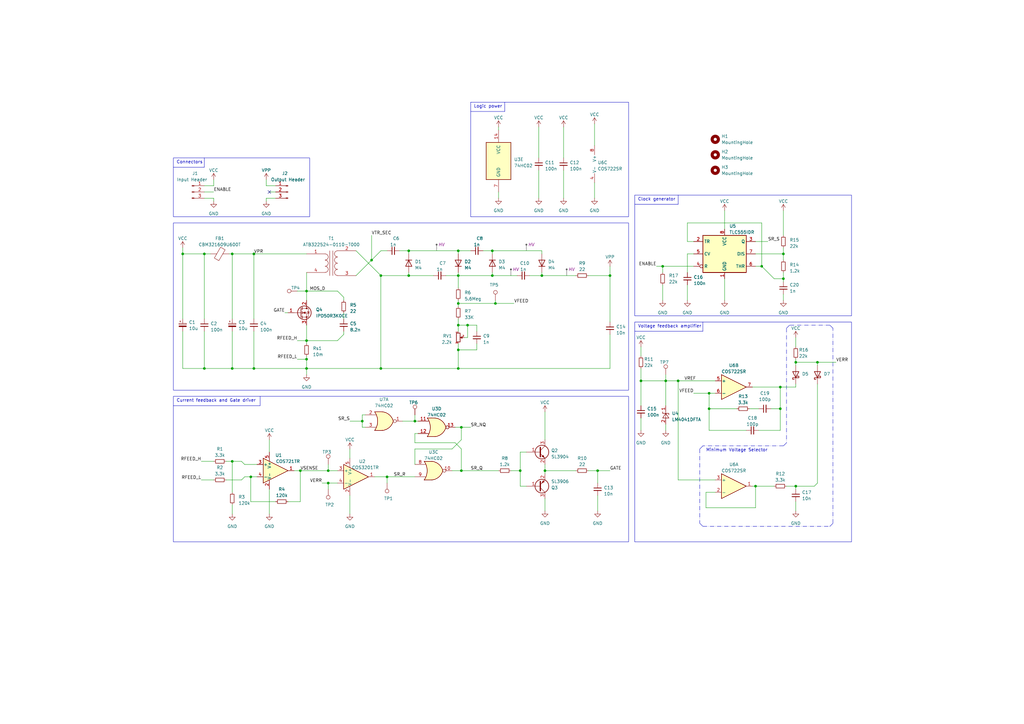
<source format=kicad_sch>
(kicad_sch (version 20230121) (generator eeschema)

  (uuid cbce1c9b-145a-4699-84cc-032e6740ebf0)

  (paper "A3")

  (title_block
    (title "170V Boost converter and controller")
    (rev "V1")
    (company "Alessandro Mauri")
  )

  

  (junction (at 134.62 198.12) (diameter 0) (color 0 0 0 0)
    (uuid 037bc7e2-60f8-4ad7-a79a-1ab5137811b4)
  )
  (junction (at 335.28 148.59) (diameter 0) (color 0 0 0 0)
    (uuid 05e7d7ef-d3ff-4c82-95b9-b7b1e2fd50e7)
  )
  (junction (at 222.25 113.03) (diameter 0) (color 0 0 0 0)
    (uuid 0aaa9dbb-41c4-4219-ae69-b112f6a86571)
  )
  (junction (at 321.31 114.3) (diameter 0) (color 0 0 0 0)
    (uuid 10585718-050b-4a64-9f3f-f980a51ababb)
  )
  (junction (at 187.96 124.46) (diameter 0) (color 0 0 0 0)
    (uuid 20649430-1e00-4e94-b285-1f369bfe7146)
  )
  (junction (at 83.82 151.13) (diameter 0) (color 0 0 0 0)
    (uuid 2181eb68-139d-495f-9818-9c3ef9ca9531)
  )
  (junction (at 104.14 151.13) (diameter 0) (color 0 0 0 0)
    (uuid 27f888b8-a6f7-4f8a-a863-c8aa21dddf3e)
  )
  (junction (at 187.96 143.51) (diameter 0) (color 0 0 0 0)
    (uuid 2e9cb789-cde9-4078-8927-8e4a92557746)
  )
  (junction (at 290.83 167.64) (diameter 0) (color 0 0 0 0)
    (uuid 35b7aeef-5d18-4d21-8433-d0d8ed5d7845)
  )
  (junction (at 201.93 113.03) (diameter 0) (color 0 0 0 0)
    (uuid 361a9328-8a96-4c03-b9f2-2500c1e13ad2)
  )
  (junction (at 326.39 199.39) (diameter 0) (color 0 0 0 0)
    (uuid 3ad35328-2380-4a9c-b7c9-232828ea2287)
  )
  (junction (at 102.87 195.58) (diameter 0) (color 0 0 0 0)
    (uuid 3c7252d8-e5c0-4d81-a767-3123adf75f81)
  )
  (junction (at 187.96 151.13) (diameter 0) (color 0 0 0 0)
    (uuid 3de06667-26d6-46a3-a9a7-fc3c8a39a876)
  )
  (junction (at 309.88 199.39) (diameter 0) (color 0 0 0 0)
    (uuid 3f433c90-6fc7-4eb6-8ee6-0083828d81e8)
  )
  (junction (at 123.19 193.04) (diameter 0) (color 0 0 0 0)
    (uuid 41b28f68-4cb2-4d88-ad48-124dc4e00531)
  )
  (junction (at 156.21 151.13) (diameter 0) (color 0 0 0 0)
    (uuid 446da3d9-efcb-45e5-b834-7f61beb212d6)
  )
  (junction (at 95.25 189.23) (diameter 0) (color 0 0 0 0)
    (uuid 48fd5879-d73a-4d58-a27d-e9ba564676d2)
  )
  (junction (at 245.11 193.04) (diameter 0) (color 0 0 0 0)
    (uuid 49c35e0a-6950-4b1c-9db0-92c4f39c8811)
  )
  (junction (at 191.77 133.35) (diameter 0) (color 0 0 0 0)
    (uuid 4b2ba0b4-7732-4a15-88f2-9a851e8ff6d0)
  )
  (junction (at 134.62 193.04) (diameter 0) (color 0 0 0 0)
    (uuid 4b7b5556-8f25-4d9d-a988-60a1365b03d9)
  )
  (junction (at 250.19 113.03) (diameter 0) (color 0 0 0 0)
    (uuid 4f7252f4-14df-464a-867f-bf7f4746796d)
  )
  (junction (at 320.04 158.75) (diameter 0) (color 0 0 0 0)
    (uuid 51394fd0-3264-4f25-aa12-ac5dd5051fc0)
  )
  (junction (at 167.64 102.87) (diameter 0) (color 0 0 0 0)
    (uuid 5d34ba1a-56cb-476f-94c8-31c261ad09a0)
  )
  (junction (at 213.36 193.04) (diameter 0) (color 0 0 0 0)
    (uuid 5d7c4d2a-3a2d-445f-b45f-16a90051a842)
  )
  (junction (at 167.64 113.03) (diameter 0) (color 0 0 0 0)
    (uuid 5f3d4238-30a3-4c77-87cc-0edd8d7530a0)
  )
  (junction (at 104.14 104.14) (diameter 0) (color 0 0 0 0)
    (uuid 63f041bd-9efb-4506-89d8-c45f072938e9)
  )
  (junction (at 187.96 102.87) (diameter 0) (color 0 0 0 0)
    (uuid 64b35b99-6ef3-4d08-96d4-c2f2f9452c24)
  )
  (junction (at 125.73 151.13) (diameter 0) (color 0 0 0 0)
    (uuid 7450e237-3542-484e-a401-90d6ed0cfa24)
  )
  (junction (at 95.25 104.14) (diameter 0) (color 0 0 0 0)
    (uuid 752c2214-81d8-4bd7-95fe-318e9cc56131)
  )
  (junction (at 152.4 106.68) (diameter 0) (color 0 0 0 0)
    (uuid 75f55b88-f0b7-49ad-a13a-06160ebfeaa6)
  )
  (junction (at 156.21 113.03) (diameter 0) (color 0 0 0 0)
    (uuid 8565dd7a-71ab-4a48-9a6f-17e035483375)
  )
  (junction (at 83.82 104.14) (diameter 0) (color 0 0 0 0)
    (uuid 87fe3f9a-74f6-4c69-8e3e-7cff88e3ec0e)
  )
  (junction (at 187.96 113.03) (diameter 0) (color 0 0 0 0)
    (uuid 8cef1d04-c561-41b0-9641-11b43ed34667)
  )
  (junction (at 320.04 167.64) (diameter 0) (color 0 0 0 0)
    (uuid 91e3bdd1-4c5f-4246-8087-9adcf40ad407)
  )
  (junction (at 189.23 175.26) (diameter 0) (color 0 0 0 0)
    (uuid 9ed8efc2-717d-41b2-88b3-d727a352b300)
  )
  (junction (at 273.05 156.21) (diameter 0) (color 0 0 0 0)
    (uuid a2cda6aa-ce7d-4fe5-a219-ae329e5f739e)
  )
  (junction (at 189.23 193.04) (diameter 0) (color 0 0 0 0)
    (uuid a5fea039-c385-49b1-9abf-4f2c3ff4c849)
  )
  (junction (at 201.93 102.87) (diameter 0) (color 0 0 0 0)
    (uuid ab3fefa5-034a-46b3-a75e-028955529cdf)
  )
  (junction (at 326.39 148.59) (diameter 0) (color 0 0 0 0)
    (uuid bd8a268b-a041-4de5-8ad2-e02c212a9143)
  )
  (junction (at 125.73 147.32) (diameter 0) (color 0 0 0 0)
    (uuid bedd0b38-829e-4bea-8bb2-924df70f622a)
  )
  (junction (at 321.31 104.14) (diameter 0) (color 0 0 0 0)
    (uuid bf82d548-c56f-4790-a8ea-8aa48d0af590)
  )
  (junction (at 148.59 172.72) (diameter 0) (color 0 0 0 0)
    (uuid bfb64b0f-1ebe-498c-9032-5c544cb4011f)
  )
  (junction (at 223.52 193.04) (diameter 0) (color 0 0 0 0)
    (uuid ca950303-0e30-4253-b242-d6c5e1b974e9)
  )
  (junction (at 74.93 104.14) (diameter 0) (color 0 0 0 0)
    (uuid d030cabf-a5ba-4963-adc7-858525385303)
  )
  (junction (at 271.78 109.22) (diameter 0) (color 0 0 0 0)
    (uuid d145e8ea-dc2f-4494-a989-f43e3a7df23b)
  )
  (junction (at 95.25 151.13) (diameter 0) (color 0 0 0 0)
    (uuid d595b2ef-bccf-4d7c-bc72-d82087674376)
  )
  (junction (at 262.89 156.21) (diameter 0) (color 0 0 0 0)
    (uuid db9fd39a-5cb4-4f72-84b4-cb9c1c251920)
  )
  (junction (at 290.83 161.29) (diameter 0) (color 0 0 0 0)
    (uuid dd891383-b55e-443d-b533-88569e3671ea)
  )
  (junction (at 158.75 195.58) (diameter 0) (color 0 0 0 0)
    (uuid e0b7f66a-38bf-4f60-8657-7d50d73b8c76)
  )
  (junction (at 187.96 133.35) (diameter 0) (color 0 0 0 0)
    (uuid e1617fd2-c844-49a0-b380-62ff52275dcd)
  )
  (junction (at 170.18 172.72) (diameter 0) (color 0 0 0 0)
    (uuid e1720c9b-aa74-443c-ac64-ffc36994908c)
  )
  (junction (at 278.13 156.21) (diameter 0) (color 0 0 0 0)
    (uuid e4c81687-4498-4523-ba06-5b9afcd96b0e)
  )
  (junction (at 125.73 119.38) (diameter 0) (color 0 0 0 0)
    (uuid e4f336fa-9732-4bba-9e89-8ca39e856c51)
  )
  (junction (at 125.73 139.7) (diameter 0) (color 0 0 0 0)
    (uuid e87291da-ee9b-4258-beae-2dd05c4ee409)
  )
  (junction (at 203.2 124.46) (diameter 0) (color 0 0 0 0)
    (uuid e9606684-adf5-4413-b59e-541063aae562)
  )
  (junction (at 312.42 109.22) (diameter 0) (color 0 0 0 0)
    (uuid ff71b40a-9674-48b2-b6bb-bf5857f8504d)
  )

  (no_connect (at 110.49 78.74) (uuid 78bbbfb7-ca68-41e2-b68d-166d6bed0f39))

  (wire (pts (xy 189.23 184.15) (xy 189.23 193.04))
    (stroke (width 0) (type default))
    (uuid 0116daf0-5ae0-487c-9bb4-b0f552da91cf)
  )
  (wire (pts (xy 92.71 189.23) (xy 95.25 189.23))
    (stroke (width 0) (type default))
    (uuid 029d30c4-19d2-49db-94b9-61b8a5c424bd)
  )
  (wire (pts (xy 74.93 104.14) (xy 74.93 130.81))
    (stroke (width 0) (type default))
    (uuid 0523a9a6-9760-4433-9490-9db5ea44377a)
  )
  (wire (pts (xy 309.88 109.22) (xy 312.42 109.22))
    (stroke (width 0) (type default))
    (uuid 0546260d-5e28-4b62-b2bd-4c05a80a9019)
  )
  (wire (pts (xy 140.97 137.16) (xy 138.43 139.7))
    (stroke (width 0) (type default))
    (uuid 059008a1-6aee-4c3f-b695-1e7a6c43459c)
  )
  (wire (pts (xy 273.05 156.21) (xy 273.05 166.37))
    (stroke (width 0) (type default))
    (uuid 06b88a68-cc3b-4266-a3d9-2ea372e7e58d)
  )
  (wire (pts (xy 191.77 133.35) (xy 191.77 138.43))
    (stroke (width 0) (type default))
    (uuid 07cce6de-5d8b-4fcd-9375-d7c8445ab389)
  )
  (wire (pts (xy 187.96 102.87) (xy 187.96 104.14))
    (stroke (width 0) (type default))
    (uuid 07d0c83b-d465-4260-af0d-9562fcc7ea54)
  )
  (wire (pts (xy 269.24 109.22) (xy 271.78 109.22))
    (stroke (width 0) (type default))
    (uuid 082275df-5e1c-419e-a647-6b7a9ace55bb)
  )
  (wire (pts (xy 170.18 170.18) (xy 170.18 172.72))
    (stroke (width 0) (type default))
    (uuid 08dc4543-eb54-4d94-8839-915bd10a397c)
  )
  (polyline (pts (xy 287.02 214.63) (xy 288.29 215.9))
    (stroke (width 0) (type dash_dot))
    (uuid 0aa8aaea-51fc-4ac0-9c7b-15788f800b12)
  )

  (wire (pts (xy 170.18 184.15) (xy 185.42 184.15))
    (stroke (width 0) (type default))
    (uuid 0ad95cde-65e6-4e14-81a7-16780057154f)
  )
  (wire (pts (xy 132.08 198.12) (xy 134.62 198.12))
    (stroke (width 0) (type default))
    (uuid 0c3f23cb-6f7e-4585-af67-e252b7c1627d)
  )
  (wire (pts (xy 92.71 196.85) (xy 99.06 196.85))
    (stroke (width 0) (type default))
    (uuid 0cb45fac-a2c4-4b4f-9d9b-58849e00dbc9)
  )
  (wire (pts (xy 326.39 147.32) (xy 326.39 148.59))
    (stroke (width 0) (type default))
    (uuid 0d6a0d43-0047-4710-ba15-8d907f290897)
  )
  (wire (pts (xy 290.83 176.53) (xy 306.07 176.53))
    (stroke (width 0) (type default))
    (uuid 0ded2909-bf29-4026-857e-ea158000a96a)
  )
  (wire (pts (xy 125.73 146.05) (xy 125.73 147.32))
    (stroke (width 0) (type default))
    (uuid 0fe09758-33d1-4565-86f5-616694ebfcb3)
  )
  (wire (pts (xy 271.78 116.84) (xy 271.78 123.19))
    (stroke (width 0) (type default))
    (uuid 1019c5cb-a2ab-40b5-85ff-1735d6a0638f)
  )
  (polyline (pts (xy 340.36 215.9) (xy 341.63 214.63))
    (stroke (width 0) (type dash_dot))
    (uuid 10c592a9-c317-4ffd-a369-e15b603c2f8d)
  )

  (wire (pts (xy 241.3 113.03) (xy 250.19 113.03))
    (stroke (width 0) (type default))
    (uuid 11134033-96bb-4b28-8df1-9c7ec1f76c7b)
  )
  (wire (pts (xy 156.21 113.03) (xy 167.64 113.03))
    (stroke (width 0) (type default))
    (uuid 114b4a40-17c1-42a3-b10e-c3e42d50915f)
  )
  (wire (pts (xy 93.98 104.14) (xy 95.25 104.14))
    (stroke (width 0) (type default))
    (uuid 11618ab3-0776-422e-8e53-a082be85b8bd)
  )
  (wire (pts (xy 185.42 193.04) (xy 189.23 193.04))
    (stroke (width 0) (type default))
    (uuid 11978129-f97f-4579-92fc-6ecae7caeb0d)
  )
  (wire (pts (xy 134.62 198.12) (xy 138.43 198.12))
    (stroke (width 0) (type default))
    (uuid 11f4312a-b18f-43a6-b47f-197e2a5921f3)
  )
  (wire (pts (xy 167.64 113.03) (xy 177.8 113.03))
    (stroke (width 0) (type default))
    (uuid 1236f8bc-1321-44da-988f-3eb1e9fd1d8e)
  )
  (wire (pts (xy 187.96 143.51) (xy 195.58 143.51))
    (stroke (width 0) (type default))
    (uuid 12bc9f8b-44dd-4e02-993e-e38727921858)
  )
  (wire (pts (xy 110.49 78.74) (xy 113.03 78.74))
    (stroke (width 0) (type default))
    (uuid 13a5eaea-0762-40ef-b42d-213d4fb67283)
  )
  (wire (pts (xy 187.96 140.97) (xy 187.96 143.51))
    (stroke (width 0) (type default))
    (uuid 13f75b46-4163-47ad-a90e-f3f148a64483)
  )
  (wire (pts (xy 125.73 119.38) (xy 125.73 123.19))
    (stroke (width 0) (type default))
    (uuid 148cc764-d17c-4b63-834d-ab40c327dd8e)
  )
  (wire (pts (xy 125.73 151.13) (xy 125.73 153.67))
    (stroke (width 0) (type default))
    (uuid 1653827a-1132-42b1-be9f-0482b3fe7541)
  )
  (wire (pts (xy 140.97 121.92) (xy 138.43 119.38))
    (stroke (width 0) (type default))
    (uuid 16f878cd-68b5-45fd-9e23-aa697ad549e0)
  )
  (wire (pts (xy 95.25 207.01) (xy 95.25 210.82))
    (stroke (width 0) (type default))
    (uuid 180881a4-44c6-4792-b00a-8cc125de0b2e)
  )
  (wire (pts (xy 309.88 199.39) (xy 317.5 199.39))
    (stroke (width 0) (type default))
    (uuid 18dcd814-b713-4907-91fe-6075d789d0bb)
  )
  (wire (pts (xy 187.96 124.46) (xy 187.96 125.73))
    (stroke (width 0) (type default))
    (uuid 1b1c2b6a-c614-44f1-9c1c-7566901bcbf2)
  )
  (polyline (pts (xy 323.85 133.35) (xy 322.58 134.62))
    (stroke (width 0) (type dash_dot))
    (uuid 1b4f8558-ffed-4834-aabc-6128bc1ff631)
  )

  (wire (pts (xy 189.23 175.26) (xy 189.23 180.34))
    (stroke (width 0) (type default))
    (uuid 1b5dfe4c-25dd-477f-8bb8-3b572a928085)
  )
  (wire (pts (xy 146.05 102.87) (xy 156.21 113.03))
    (stroke (width 0) (type default))
    (uuid 1d7c7f4e-5486-4a19-b25a-70bb36be51e3)
  )
  (polyline (pts (xy 322.58 134.62) (xy 322.58 181.61))
    (stroke (width 0) (type dash_dot))
    (uuid 1dac0dd4-cc3f-47c3-bfc4-dcaaf515b961)
  )
  (polyline (pts (xy 341.63 214.63) (xy 341.63 134.62))
    (stroke (width 0) (type dash_dot))
    (uuid 1fc58c0d-8b7e-408c-b537-38ba98dc34e8)
  )
  (polyline (pts (xy 71.12 166.37) (xy 106.68 166.37))
    (stroke (width 0) (type default))
    (uuid 22a94817-e476-47d8-b824-12ffffd61574)
  )

  (wire (pts (xy 95.25 189.23) (xy 95.25 201.93))
    (stroke (width 0) (type default))
    (uuid 240258d7-8ff0-4b91-b80f-0177e8175b25)
  )
  (wire (pts (xy 123.19 193.04) (xy 134.62 193.04))
    (stroke (width 0) (type default))
    (uuid 24b1edf6-75ff-4d48-8225-050183435429)
  )
  (wire (pts (xy 186.69 175.26) (xy 189.23 175.26))
    (stroke (width 0) (type default))
    (uuid 24d0f39a-f271-4e1c-82ee-c64fa35041d9)
  )
  (wire (pts (xy 187.96 113.03) (xy 201.93 113.03))
    (stroke (width 0) (type default))
    (uuid 259fb412-9472-49e6-9659-158a12bdf00c)
  )
  (wire (pts (xy 156.21 151.13) (xy 187.96 151.13))
    (stroke (width 0) (type default))
    (uuid 2aacb643-24ba-4ea8-98fd-db3afc18239a)
  )
  (wire (pts (xy 148.59 175.26) (xy 149.86 175.26))
    (stroke (width 0) (type default))
    (uuid 2b0be129-9c63-4907-9b1d-6c60ba7a410b)
  )
  (wire (pts (xy 109.22 81.28) (xy 113.03 81.28))
    (stroke (width 0) (type default))
    (uuid 2b5bd6e1-8549-4af2-8aae-90de48e3e8b0)
  )
  (wire (pts (xy 190.5 138.43) (xy 191.77 138.43))
    (stroke (width 0) (type default))
    (uuid 2b85d2a6-08a7-450b-9b0b-62556a4db3e1)
  )
  (wire (pts (xy 83.82 104.14) (xy 86.36 104.14))
    (stroke (width 0) (type default))
    (uuid 2c8cf957-4f74-43bb-8183-63c127ac34a2)
  )
  (wire (pts (xy 125.73 139.7) (xy 138.43 139.7))
    (stroke (width 0) (type default))
    (uuid 2d58286d-582b-49c1-8a2f-f15e748d074b)
  )
  (wire (pts (xy 243.84 50.8) (xy 243.84 59.69))
    (stroke (width 0) (type default))
    (uuid 2dec5d8b-a214-4b57-8337-261a4a0e2bcb)
  )
  (wire (pts (xy 320.04 158.75) (xy 326.39 158.75))
    (stroke (width 0) (type default))
    (uuid 2f3e1ba0-6426-404e-a702-36b79b2e4cfd)
  )
  (wire (pts (xy 95.25 104.14) (xy 95.25 130.81))
    (stroke (width 0) (type default))
    (uuid 317de16a-fbfa-48f1-86e3-11801cd44095)
  )
  (wire (pts (xy 102.87 195.58) (xy 102.87 205.74))
    (stroke (width 0) (type default))
    (uuid 32b2e9eb-dc25-4f96-ba9e-144ea9e71ba9)
  )
  (wire (pts (xy 102.87 205.74) (xy 113.03 205.74))
    (stroke (width 0) (type default))
    (uuid 35426e01-d3d4-4f94-aa27-6dfb3d8ee661)
  )
  (wire (pts (xy 83.82 151.13) (xy 95.25 151.13))
    (stroke (width 0) (type default))
    (uuid 36b59985-bd32-4696-acc2-3fdfcec0b6a0)
  )
  (wire (pts (xy 104.14 104.14) (xy 104.14 130.81))
    (stroke (width 0) (type default))
    (uuid 36f209b2-f25c-4850-8cf0-0a3108451c17)
  )
  (wire (pts (xy 74.93 101.6) (xy 74.93 104.14))
    (stroke (width 0) (type default))
    (uuid 370d0da6-7c7c-4cc8-9c89-1ec4079e1945)
  )
  (wire (pts (xy 152.4 96.52) (xy 152.4 106.68))
    (stroke (width 0) (type default))
    (uuid 38c75e5c-d0b3-411a-96c4-097dd7ae1f59)
  )
  (wire (pts (xy 74.93 135.89) (xy 74.93 151.13))
    (stroke (width 0) (type default))
    (uuid 38fc6213-775e-4097-b70f-fb43e1c2eb70)
  )
  (wire (pts (xy 95.25 151.13) (xy 104.14 151.13))
    (stroke (width 0) (type default))
    (uuid 39d96483-185a-4ac9-8ee6-211ef0558c0b)
  )
  (wire (pts (xy 87.63 81.28) (xy 87.63 82.55))
    (stroke (width 0) (type default))
    (uuid 3aec9869-d135-4a45-895c-8c361cbcc68e)
  )
  (wire (pts (xy 95.25 104.14) (xy 104.14 104.14))
    (stroke (width 0) (type default))
    (uuid 3ba0907d-5215-40b6-9c7f-feb2c78d2956)
  )
  (wire (pts (xy 167.64 102.87) (xy 187.96 102.87))
    (stroke (width 0) (type default))
    (uuid 3c1c91a2-9b3d-4dd9-8f40-431bfef7c171)
  )
  (wire (pts (xy 187.96 133.35) (xy 187.96 135.89))
    (stroke (width 0) (type default))
    (uuid 3c6a54c5-e45f-4dce-ba58-12a5e36ec899)
  )
  (wire (pts (xy 217.17 113.03) (xy 222.25 113.03))
    (stroke (width 0) (type default))
    (uuid 3ce797c6-6d59-40ed-90c2-b0cdc7843150)
  )
  (wire (pts (xy 326.39 199.39) (xy 326.39 200.66))
    (stroke (width 0) (type default))
    (uuid 3e801497-4719-481c-ade8-06f4a4f756c8)
  )
  (wire (pts (xy 125.73 111.76) (xy 125.73 119.38))
    (stroke (width 0) (type default))
    (uuid 3f6b02a8-c747-4473-b23c-374fc846daec)
  )
  (polyline (pts (xy 71.12 68.58) (xy 83.82 68.58))
    (stroke (width 0) (type default))
    (uuid 41062b12-b46b-4955-b9eb-f048e2454191)
  )

  (wire (pts (xy 326.39 158.75) (xy 326.39 157.48))
    (stroke (width 0) (type default))
    (uuid 412dc3ad-a65c-4b21-b4ee-aee881d4b377)
  )
  (wire (pts (xy 231.14 69.85) (xy 231.14 81.28))
    (stroke (width 0) (type default))
    (uuid 424845c2-c144-486f-944b-d11958b06609)
  )
  (wire (pts (xy 143.51 203.2) (xy 143.51 210.82))
    (stroke (width 0) (type default))
    (uuid 428d6fba-79f3-4e01-a6e2-bd65e798cb4d)
  )
  (wire (pts (xy 195.58 133.35) (xy 195.58 135.89))
    (stroke (width 0) (type default))
    (uuid 437084c6-869b-405f-be58-f7d4ad1d5ed5)
  )
  (wire (pts (xy 222.25 113.03) (xy 236.22 113.03))
    (stroke (width 0) (type default))
    (uuid 4594d987-cb70-4ced-aa6e-3c4cc651b100)
  )
  (wire (pts (xy 320.04 158.75) (xy 320.04 167.64))
    (stroke (width 0) (type default))
    (uuid 460597f8-0978-46d5-91fa-96d82ad4d837)
  )
  (wire (pts (xy 278.13 156.21) (xy 278.13 196.85))
    (stroke (width 0) (type default))
    (uuid 4655cf7f-3543-4ed1-8345-4d42bad3325e)
  )
  (wire (pts (xy 284.48 161.29) (xy 290.83 161.29))
    (stroke (width 0) (type default))
    (uuid 47117b89-1713-4a28-9781-2169736b56e6)
  )
  (wire (pts (xy 281.94 91.44) (xy 281.94 99.06))
    (stroke (width 0) (type default))
    (uuid 47bf9120-edca-4953-b776-2032447e4f4f)
  )
  (wire (pts (xy 116.84 128.27) (xy 118.11 128.27))
    (stroke (width 0) (type default))
    (uuid 48b9c60d-cd8f-4240-9351-9da8da86d867)
  )
  (polyline (pts (xy 322.58 181.61) (xy 321.31 182.88))
    (stroke (width 0) (type dash_dot))
    (uuid 49762f6f-d9a8-4346-b1a6-62bcee5ff5da)
  )

  (wire (pts (xy 262.89 156.21) (xy 262.89 166.37))
    (stroke (width 0) (type default))
    (uuid 4a078500-bb9a-45dd-ab74-840667a2630d)
  )
  (wire (pts (xy 271.78 109.22) (xy 284.48 109.22))
    (stroke (width 0) (type default))
    (uuid 4d2dff06-6f13-43b7-8ebd-9e7f7b7267cb)
  )
  (wire (pts (xy 99.06 196.85) (xy 100.33 195.58))
    (stroke (width 0) (type default))
    (uuid 4e362d86-ebd8-44f2-a941-ee81112a437e)
  )
  (wire (pts (xy 167.64 102.87) (xy 167.64 104.14))
    (stroke (width 0) (type default))
    (uuid 4ee770bc-7312-4f18-aa2f-8da8bb3b3587)
  )
  (wire (pts (xy 220.98 52.07) (xy 220.98 64.77))
    (stroke (width 0) (type default))
    (uuid 4efc5cfd-f9b7-433c-8c85-58342a0e6e1c)
  )
  (wire (pts (xy 309.88 104.14) (xy 321.31 104.14))
    (stroke (width 0) (type default))
    (uuid 4f0492aa-d354-4a2f-957a-b0c16661933b)
  )
  (polyline (pts (xy 106.68 162.56) (xy 106.68 166.37))
    (stroke (width 0) (type default))
    (uuid 4f4aa186-90c6-4f6c-8f26-badd20d091a9)
  )

  (wire (pts (xy 121.92 139.7) (xy 125.73 139.7))
    (stroke (width 0) (type default))
    (uuid 50b82c17-e83d-4419-b7ef-7a9b9aa3fdd3)
  )
  (wire (pts (xy 204.47 52.07) (xy 204.47 53.34))
    (stroke (width 0) (type default))
    (uuid 50cd578b-2036-4880-b613-af1075a8cde1)
  )
  (wire (pts (xy 120.65 193.04) (xy 123.19 193.04))
    (stroke (width 0) (type default))
    (uuid 5151bba6-b64a-4612-8af3-3310311fc467)
  )
  (wire (pts (xy 317.5 114.3) (xy 321.31 114.3))
    (stroke (width 0) (type default))
    (uuid 5266b4eb-34e6-4cf9-bb39-b0a6727956ee)
  )
  (wire (pts (xy 278.13 156.21) (xy 293.37 156.21))
    (stroke (width 0) (type default))
    (uuid 5375a4da-8b77-499f-b340-cbcb72768492)
  )
  (wire (pts (xy 187.96 130.81) (xy 187.96 133.35))
    (stroke (width 0) (type default))
    (uuid 55030f98-e02c-4d39-bf63-7c5760d0a68b)
  )
  (wire (pts (xy 222.25 111.76) (xy 222.25 113.03))
    (stroke (width 0) (type default))
    (uuid 55413978-7918-46e9-b3ea-fe6f8594e830)
  )
  (wire (pts (xy 262.89 142.24) (xy 262.89 146.05))
    (stroke (width 0) (type default))
    (uuid 55df151d-23b1-4146-a716-ac53d415bc0f)
  )
  (wire (pts (xy 187.96 102.87) (xy 193.04 102.87))
    (stroke (width 0) (type default))
    (uuid 57991b58-72b3-4eb2-bbf5-2466f4875c01)
  )
  (wire (pts (xy 278.13 196.85) (xy 293.37 196.85))
    (stroke (width 0) (type default))
    (uuid 57a25f6f-6c8f-4e50-b7ff-4ef20ca11ec5)
  )
  (polyline (pts (xy 83.82 64.77) (xy 83.82 68.58))
    (stroke (width 0) (type default))
    (uuid 57b11b2e-f075-4afd-92af-d4263ef019b0)
  )

  (wire (pts (xy 125.73 119.38) (xy 138.43 119.38))
    (stroke (width 0) (type default))
    (uuid 5880a721-586a-4e82-a14e-cc7751e6ad60)
  )
  (wire (pts (xy 321.31 101.6) (xy 321.31 104.14))
    (stroke (width 0) (type default))
    (uuid 591600ea-a007-4d6b-b115-08a50c84d794)
  )
  (polyline (pts (xy 260.35 83.82) (xy 278.13 83.82))
    (stroke (width 0) (type default))
    (uuid 5a035c1a-d949-4076-8323-d60668843d95)
  )

  (wire (pts (xy 82.55 189.23) (xy 87.63 189.23))
    (stroke (width 0) (type default))
    (uuid 5c4f449d-a203-4cde-a34c-92146cfb0ea8)
  )
  (wire (pts (xy 134.62 198.12) (xy 134.62 200.66))
    (stroke (width 0) (type default))
    (uuid 5d7abf0a-f885-45f7-9bfd-4d16c20f2c36)
  )
  (wire (pts (xy 121.92 147.32) (xy 125.73 147.32))
    (stroke (width 0) (type default))
    (uuid 608a5d5c-655c-49e0-be80-43a96642975b)
  )
  (wire (pts (xy 95.25 135.89) (xy 95.25 151.13))
    (stroke (width 0) (type default))
    (uuid 60fa5496-94d3-45ba-9107-7a8062464098)
  )
  (wire (pts (xy 222.25 102.87) (xy 222.25 104.14))
    (stroke (width 0) (type default))
    (uuid 6121b43d-bae3-4628-bc94-663c45d194e3)
  )
  (wire (pts (xy 82.55 196.85) (xy 87.63 196.85))
    (stroke (width 0) (type default))
    (uuid 61ae674b-df63-4062-a6c0-bd0872701c30)
  )
  (wire (pts (xy 273.05 153.67) (xy 273.05 156.21))
    (stroke (width 0) (type default))
    (uuid 62ea33ce-366b-4c6e-95b3-2236f71351d5)
  )
  (wire (pts (xy 271.78 109.22) (xy 271.78 111.76))
    (stroke (width 0) (type default))
    (uuid 63bb21ae-d8c4-49ca-aaf9-0fda339efa16)
  )
  (wire (pts (xy 321.31 104.14) (xy 321.31 106.68))
    (stroke (width 0) (type default))
    (uuid 655f1ba9-e3dc-4553-b6b8-4048c387926d)
  )
  (wire (pts (xy 223.52 190.5) (xy 223.52 193.04))
    (stroke (width 0) (type default))
    (uuid 656efe0e-aae8-4694-9dcf-fb25c0a10b7b)
  )
  (wire (pts (xy 201.93 111.76) (xy 201.93 113.03))
    (stroke (width 0) (type default))
    (uuid 662fb48d-9f3a-4f82-8a77-65bf63091b9a)
  )
  (wire (pts (xy 289.56 201.93) (xy 289.56 208.28))
    (stroke (width 0) (type default))
    (uuid 6a8fbae5-365a-4416-871a-74d01b4d246a)
  )
  (wire (pts (xy 201.93 113.03) (xy 212.09 113.03))
    (stroke (width 0) (type default))
    (uuid 6b38e574-e036-4df1-808b-4e4e90a45dbe)
  )
  (wire (pts (xy 213.36 185.42) (xy 215.9 185.42))
    (stroke (width 0) (type default))
    (uuid 6b537cea-10d5-441f-9bad-8aab7a184d6b)
  )
  (wire (pts (xy 143.51 184.15) (xy 143.51 187.96))
    (stroke (width 0) (type default))
    (uuid 6b6251aa-8087-407d-80f6-fb9fcdae1f81)
  )
  (wire (pts (xy 320.04 176.53) (xy 320.04 167.64))
    (stroke (width 0) (type default))
    (uuid 70d999ed-ec10-47e2-9db2-eb3c39553d7f)
  )
  (wire (pts (xy 321.31 86.36) (xy 321.31 96.52))
    (stroke (width 0) (type default))
    (uuid 7353ebd9-f067-4aaf-bf5c-f7a19f4979b1)
  )
  (wire (pts (xy 312.42 109.22) (xy 317.5 114.3))
    (stroke (width 0) (type default))
    (uuid 76d93c65-f65c-467f-a209-f9718549da14)
  )
  (polyline (pts (xy 341.63 134.62) (xy 340.36 133.35))
    (stroke (width 0) (type dash_dot))
    (uuid 77a200de-859f-486f-a01f-808861bb8c98)
  )

  (wire (pts (xy 134.62 193.04) (xy 138.43 193.04))
    (stroke (width 0) (type default))
    (uuid 794dd129-c36d-4f3b-a026-dc0532d8275c)
  )
  (wire (pts (xy 187.96 151.13) (xy 250.19 151.13))
    (stroke (width 0) (type default))
    (uuid 79b06e89-8c2c-41d7-be50-e4f80fc868c9)
  )
  (wire (pts (xy 74.93 151.13) (xy 83.82 151.13))
    (stroke (width 0) (type default))
    (uuid 7a3f6ed0-51cf-4a50-a7f2-ba7016149cf1)
  )
  (wire (pts (xy 297.18 86.36) (xy 297.18 93.98))
    (stroke (width 0) (type default))
    (uuid 7aa64d97-9325-4867-9021-4aa1cef5c146)
  )
  (wire (pts (xy 198.12 102.87) (xy 201.93 102.87))
    (stroke (width 0) (type default))
    (uuid 7ba3fc87-37df-47f5-be9e-331094b0e555)
  )
  (wire (pts (xy 308.61 199.39) (xy 309.88 199.39))
    (stroke (width 0) (type default))
    (uuid 7c819137-f2d0-44a8-b3c4-c93ee21c2b4c)
  )
  (wire (pts (xy 182.88 113.03) (xy 187.96 113.03))
    (stroke (width 0) (type default))
    (uuid 7e4e3a82-f188-47a4-9c4d-a0dedfac9a78)
  )
  (wire (pts (xy 326.39 138.43) (xy 326.39 142.24))
    (stroke (width 0) (type default))
    (uuid 7fb6ed98-2d46-454a-a868-efe4d1d36c9d)
  )
  (wire (pts (xy 100.33 190.5) (xy 105.41 190.5))
    (stroke (width 0) (type default))
    (uuid 7fdeeab5-4df9-4449-89e3-204426839230)
  )
  (wire (pts (xy 158.75 195.58) (xy 158.75 198.12))
    (stroke (width 0) (type default))
    (uuid 807c60e5-8817-4583-a1f3-029d37a147f1)
  )
  (wire (pts (xy 87.63 73.66) (xy 87.63 76.2))
    (stroke (width 0) (type default))
    (uuid 82096a7c-a616-4e5d-a56b-f3c8a9e99c2e)
  )
  (wire (pts (xy 326.39 148.59) (xy 326.39 149.86))
    (stroke (width 0) (type default))
    (uuid 82369518-29a4-425a-b19b-e2fccde0b9bc)
  )
  (wire (pts (xy 110.49 200.66) (xy 110.49 210.82))
    (stroke (width 0) (type default))
    (uuid 83ac3fa6-f487-4cfd-ac26-e260e8561a8f)
  )
  (wire (pts (xy 187.96 111.76) (xy 187.96 113.03))
    (stroke (width 0) (type default))
    (uuid 84166364-529d-464b-b84b-3c6db2df2b98)
  )
  (wire (pts (xy 262.89 151.13) (xy 262.89 156.21))
    (stroke (width 0) (type default))
    (uuid 8454cb43-4e06-4c44-a34d-09885e20a869)
  )
  (wire (pts (xy 289.56 208.28) (xy 309.88 208.28))
    (stroke (width 0) (type default))
    (uuid 84f19c2e-acd2-4298-bd7d-3b4ad9ac2536)
  )
  (wire (pts (xy 74.93 104.14) (xy 83.82 104.14))
    (stroke (width 0) (type default))
    (uuid 85d20927-3059-40fb-8b91-afa1fd50fb47)
  )
  (wire (pts (xy 187.96 143.51) (xy 187.96 151.13))
    (stroke (width 0) (type default))
    (uuid 86de7966-3d9d-41ee-9e71-1f73b38cb5fb)
  )
  (wire (pts (xy 204.47 78.74) (xy 204.47 81.28))
    (stroke (width 0) (type default))
    (uuid 88608f3d-f759-4746-b90f-bbe9bde7ae36)
  )
  (wire (pts (xy 290.83 167.64) (xy 302.26 167.64))
    (stroke (width 0) (type default))
    (uuid 891c50b1-af13-41bd-8406-7af164d8a6ee)
  )
  (wire (pts (xy 125.73 151.13) (xy 156.21 151.13))
    (stroke (width 0) (type default))
    (uuid 8a2844dc-d439-48ff-801c-cae4975734e1)
  )
  (wire (pts (xy 281.94 104.14) (xy 284.48 104.14))
    (stroke (width 0) (type default))
    (uuid 8cbfa957-862e-48a1-b82e-3c4163ea1f6c)
  )
  (wire (pts (xy 223.52 193.04) (xy 236.22 193.04))
    (stroke (width 0) (type default))
    (uuid 8ce4890c-98ad-4f5a-848c-271ac1e707a2)
  )
  (wire (pts (xy 148.59 172.72) (xy 148.59 175.26))
    (stroke (width 0) (type default))
    (uuid 8d83422e-31ca-4f54-835e-eda90920aa8f)
  )
  (wire (pts (xy 104.14 135.89) (xy 104.14 151.13))
    (stroke (width 0) (type default))
    (uuid 8d9aca6d-44d8-48fd-bb19-633f3faae9a0)
  )
  (wire (pts (xy 209.55 193.04) (xy 213.36 193.04))
    (stroke (width 0) (type default))
    (uuid 8e18a61f-2640-451a-9751-e1ba7cd4b848)
  )
  (wire (pts (xy 326.39 205.74) (xy 326.39 209.55))
    (stroke (width 0) (type default))
    (uuid 8e8eb6f6-6dd9-44fb-a908-707a86ce2a45)
  )
  (wire (pts (xy 250.19 113.03) (xy 250.19 132.08))
    (stroke (width 0) (type default))
    (uuid 8eebb118-5811-4bd9-bf74-6432c1126b0f)
  )
  (wire (pts (xy 308.61 158.75) (xy 320.04 158.75))
    (stroke (width 0) (type default))
    (uuid 8eff4edd-bf72-4e1e-b3d5-a43254d94cf8)
  )
  (wire (pts (xy 109.22 81.28) (xy 109.22 82.55))
    (stroke (width 0) (type default))
    (uuid 8f3503d3-b43a-4ad0-afbc-4dcc49ceb7a4)
  )
  (wire (pts (xy 326.39 148.59) (xy 335.28 148.59))
    (stroke (width 0) (type default))
    (uuid 904d9f1b-b210-47cd-8f69-f96637537715)
  )
  (wire (pts (xy 148.59 170.18) (xy 148.59 172.72))
    (stroke (width 0) (type default))
    (uuid 90cd9466-1747-4424-87f4-0f17ad1bd95a)
  )
  (wire (pts (xy 109.22 73.66) (xy 109.22 76.2))
    (stroke (width 0) (type default))
    (uuid 91b4f5a0-d198-47d5-8083-09b76efc29aa)
  )
  (wire (pts (xy 321.31 120.65) (xy 321.31 123.19))
    (stroke (width 0) (type default))
    (uuid 956e40d3-ab85-41f9-a52c-05c09848433f)
  )
  (wire (pts (xy 322.58 199.39) (xy 326.39 199.39))
    (stroke (width 0) (type default))
    (uuid 960f2056-974c-4211-b52f-a70422d603a6)
  )
  (wire (pts (xy 125.73 133.35) (xy 125.73 139.7))
    (stroke (width 0) (type default))
    (uuid 96d2eb72-ddfe-4a8b-a73f-ced9782e0373)
  )
  (wire (pts (xy 121.92 119.38) (xy 125.73 119.38))
    (stroke (width 0) (type default))
    (uuid 97718e05-e435-49da-9c22-942187cb8945)
  )
  (wire (pts (xy 311.15 176.53) (xy 320.04 176.53))
    (stroke (width 0) (type default))
    (uuid 98d376d6-cb93-47ad-96fc-c045a0837405)
  )
  (wire (pts (xy 297.18 114.3) (xy 297.18 123.19))
    (stroke (width 0) (type default))
    (uuid 99ac82c2-316d-44f6-b039-13725946e5d4)
  )
  (wire (pts (xy 118.11 205.74) (xy 123.19 205.74))
    (stroke (width 0) (type default))
    (uuid 9c146bbf-bec0-4840-9460-7d7738ff1751)
  )
  (wire (pts (xy 187.96 113.03) (xy 187.96 118.11))
    (stroke (width 0) (type default))
    (uuid 9fb26078-0471-4fce-a1fc-60a88973f16a)
  )
  (wire (pts (xy 223.52 168.91) (xy 223.52 180.34))
    (stroke (width 0) (type default))
    (uuid a4989d8e-5b08-486a-b137-ade0a598e5eb)
  )
  (wire (pts (xy 83.82 104.14) (xy 83.82 130.81))
    (stroke (width 0) (type default))
    (uuid a4d24d05-9c50-49f7-8e80-e77b081d75c9)
  )
  (wire (pts (xy 203.2 124.46) (xy 210.82 124.46))
    (stroke (width 0) (type default))
    (uuid a56b6b71-3bd2-4527-b434-d70fa521b50d)
  )
  (wire (pts (xy 281.94 116.84) (xy 281.94 123.19))
    (stroke (width 0) (type default))
    (uuid a927ec6a-220d-4252-9884-daf8c7d90bd4)
  )
  (wire (pts (xy 170.18 184.15) (xy 170.18 190.5))
    (stroke (width 0) (type default))
    (uuid a955446a-b583-4dca-8c82-5909788e9049)
  )
  (wire (pts (xy 335.28 198.12) (xy 334.01 199.39))
    (stroke (width 0) (type default))
    (uuid a9b8c486-d1d6-4827-b7a4-2e7d5cac5abf)
  )
  (wire (pts (xy 167.64 111.76) (xy 167.64 113.03))
    (stroke (width 0) (type default))
    (uuid ad55d248-a1a5-4d44-936b-7f9ac8162f80)
  )
  (wire (pts (xy 335.28 157.48) (xy 335.28 198.12))
    (stroke (width 0) (type default))
    (uuid ae3ccf0c-2e35-4324-b060-e55bd48f5d5e)
  )
  (wire (pts (xy 316.23 167.64) (xy 320.04 167.64))
    (stroke (width 0) (type default))
    (uuid af40ce15-9533-48bf-b21a-c7ef944b3d3c)
  )
  (wire (pts (xy 262.89 171.45) (xy 262.89 176.53))
    (stroke (width 0) (type default))
    (uuid b03a0086-2d71-40b4-883f-30b7ce79b766)
  )
  (wire (pts (xy 140.97 121.92) (xy 140.97 123.19))
    (stroke (width 0) (type default))
    (uuid b076ad0e-35f3-4e5e-9fe7-2a948d19aa62)
  )
  (polyline (pts (xy 287.02 184.15) (xy 287.02 214.63))
    (stroke (width 0) (type dash_dot))
    (uuid b0987e6f-35e4-42a1-b30f-baa6ac448f59)
  )

  (wire (pts (xy 290.83 161.29) (xy 293.37 161.29))
    (stroke (width 0) (type default))
    (uuid b0e4d692-b241-48eb-80ef-8b21075893fd)
  )
  (wire (pts (xy 189.23 180.34) (xy 185.42 184.15))
    (stroke (width 0) (type default))
    (uuid b1abee25-4c36-4e8a-b3c1-9add8be79421)
  )
  (polyline (pts (xy 193.04 45.72) (xy 207.01 45.72))
    (stroke (width 0) (type default))
    (uuid b1b3a974-aaaf-43fd-8bcf-15bd175141c0)
  )

  (wire (pts (xy 125.73 139.7) (xy 125.73 140.97))
    (stroke (width 0) (type default))
    (uuid b2918ebf-bde9-489a-8ecb-5663534790a1)
  )
  (wire (pts (xy 95.25 189.23) (xy 99.06 189.23))
    (stroke (width 0) (type default))
    (uuid b37fff30-11ca-4809-927f-c136323ff1b9)
  )
  (wire (pts (xy 290.83 176.53) (xy 290.83 167.64))
    (stroke (width 0) (type default))
    (uuid b41c23d5-0fee-4b46-aee9-b5ca7c1ad555)
  )
  (wire (pts (xy 312.42 91.44) (xy 312.42 109.22))
    (stroke (width 0) (type default))
    (uuid b51c4892-2cd4-4362-992a-3dffa055bf92)
  )
  (wire (pts (xy 83.82 78.74) (xy 87.63 78.74))
    (stroke (width 0) (type default))
    (uuid b57dcc02-8a7b-4061-ac94-a6744b6f4400)
  )
  (wire (pts (xy 170.18 177.8) (xy 170.18 181.61))
    (stroke (width 0) (type default))
    (uuid b5acaa5b-75f9-4558-9be8-d20a4b0015c9)
  )
  (wire (pts (xy 170.18 172.72) (xy 171.45 172.72))
    (stroke (width 0) (type default))
    (uuid b6f3d471-f07f-4c5c-b906-568d43ce2b73)
  )
  (wire (pts (xy 146.05 113.03) (xy 152.4 106.68))
    (stroke (width 0) (type default))
    (uuid b84eef69-0116-486c-a3f0-1255f8d56077)
  )
  (polyline (pts (xy 288.29 182.88) (xy 287.02 184.15))
    (stroke (width 0) (type dash_dot))
    (uuid b9608926-ebe6-49f0-806a-d5d82fce992e)
  )

  (wire (pts (xy 158.75 195.58) (xy 170.18 195.58))
    (stroke (width 0) (type default))
    (uuid bcd897d7-fc67-40d5-b975-b8a1248ab8d8)
  )
  (wire (pts (xy 273.05 173.99) (xy 273.05 176.53))
    (stroke (width 0) (type default))
    (uuid bdc3d212-ccf8-4d3c-a409-dc9077c7f280)
  )
  (wire (pts (xy 187.96 124.46) (xy 203.2 124.46))
    (stroke (width 0) (type default))
    (uuid bec3bf59-9ee3-4f20-95c8-ffcafacc41c5)
  )
  (wire (pts (xy 243.84 74.93) (xy 243.84 81.28))
    (stroke (width 0) (type default))
    (uuid bfd2b323-e92d-4ac8-8e96-59a81d13ef45)
  )
  (wire (pts (xy 321.31 114.3) (xy 321.31 115.57))
    (stroke (width 0) (type default))
    (uuid c0a82c77-61f9-42d2-8899-b79032cf783d)
  )
  (wire (pts (xy 148.59 170.18) (xy 149.86 170.18))
    (stroke (width 0) (type default))
    (uuid c110c3a7-75d5-4eae-8f62-a539d3b0e2fc)
  )
  (wire (pts (xy 143.51 172.72) (xy 148.59 172.72))
    (stroke (width 0) (type default))
    (uuid c11e04bf-a383-4118-be7c-8a0e03140d55)
  )
  (wire (pts (xy 223.52 193.04) (xy 223.52 194.31))
    (stroke (width 0) (type default))
    (uuid c1bae86e-fdc2-4e38-9bde-77390ce833b1)
  )
  (wire (pts (xy 335.28 148.59) (xy 342.9 148.59))
    (stroke (width 0) (type default))
    (uuid c1f0e6bc-9f35-4520-af78-5cb93d6909ca)
  )
  (wire (pts (xy 83.82 76.2) (xy 87.63 76.2))
    (stroke (width 0) (type default))
    (uuid c4f6739e-9ced-4b14-b2b5-c8623ccd5e2e)
  )
  (wire (pts (xy 104.14 151.13) (xy 125.73 151.13))
    (stroke (width 0) (type default))
    (uuid c524b326-2fa9-4a5a-ba08-6179dada6817)
  )
  (wire (pts (xy 123.19 193.04) (xy 123.19 205.74))
    (stroke (width 0) (type default))
    (uuid c52c3377-70e1-4533-8e3e-1bef862e8fec)
  )
  (wire (pts (xy 213.36 199.39) (xy 215.9 199.39))
    (stroke (width 0) (type default))
    (uuid c535c743-bbbf-416a-8838-e03993ef35db)
  )
  (wire (pts (xy 189.23 175.26) (xy 193.04 175.26))
    (stroke (width 0) (type default))
    (uuid c5b61d71-8d4c-4263-a19c-1f303fd75efe)
  )
  (wire (pts (xy 223.52 204.47) (xy 223.52 209.55))
    (stroke (width 0) (type default))
    (uuid c724277e-a870-47a8-87e1-61bb8ea72164)
  )
  (wire (pts (xy 100.33 195.58) (xy 102.87 195.58))
    (stroke (width 0) (type default))
    (uuid c7f332ca-415f-4f2f-ac4c-e305da6cab70)
  )
  (wire (pts (xy 245.11 203.2) (xy 245.11 209.55))
    (stroke (width 0) (type default))
    (uuid c9f55ee0-6f5b-4784-a934-24bfad2f3cbd)
  )
  (wire (pts (xy 152.4 106.68) (xy 156.21 102.87))
    (stroke (width 0) (type default))
    (uuid cae6c5d3-43c1-4c18-b5ce-c4f86bfcb24f)
  )
  (wire (pts (xy 165.1 172.72) (xy 170.18 172.72))
    (stroke (width 0) (type default))
    (uuid cb946610-e2c9-4585-bd02-7c80e551eecb)
  )
  (polyline (pts (xy 260.35 135.89) (xy 288.29 135.89))
    (stroke (width 0) (type default))
    (uuid cc6e4dec-9cf8-43fa-ac59-edb98767a251)
  )

  (wire (pts (xy 187.96 123.19) (xy 187.96 124.46))
    (stroke (width 0) (type default))
    (uuid cd594ea4-a2eb-4966-9878-f698e5476611)
  )
  (wire (pts (xy 281.94 104.14) (xy 281.94 111.76))
    (stroke (width 0) (type default))
    (uuid cef044e2-2f4c-4cec-be0d-e56f281fbd48)
  )
  (wire (pts (xy 201.93 102.87) (xy 201.93 104.14))
    (stroke (width 0) (type default))
    (uuid d0525aec-5b54-49d3-9d7f-91e0b58d047b)
  )
  (wire (pts (xy 335.28 148.59) (xy 335.28 149.86))
    (stroke (width 0) (type default))
    (uuid d1e47ada-59cf-4384-82ac-7a6082aff499)
  )
  (polyline (pts (xy 288.29 215.9) (xy 340.36 215.9))
    (stroke (width 0) (type dash_dot))
    (uuid d2629a67-10dd-4da9-af3c-ea1fe11e651e)
  )

  (wire (pts (xy 262.89 156.21) (xy 273.05 156.21))
    (stroke (width 0) (type default))
    (uuid d2ec55a7-49cb-4a35-a513-a2c5afaab15d)
  )
  (wire (pts (xy 87.63 81.28) (xy 83.82 81.28))
    (stroke (width 0) (type default))
    (uuid d3cf3eb5-f6af-4f6b-9947-39655b626554)
  )
  (wire (pts (xy 102.87 195.58) (xy 105.41 195.58))
    (stroke (width 0) (type default))
    (uuid d494d79c-fa8c-4549-b089-3cfc476ad6ad)
  )
  (polyline (pts (xy 207.01 41.91) (xy 207.01 45.72))
    (stroke (width 0) (type default))
    (uuid d4af7253-cd97-4cb1-86d2-5030e0b7c85d)
  )

  (wire (pts (xy 241.3 193.04) (xy 245.11 193.04))
    (stroke (width 0) (type default))
    (uuid d7843d86-5add-42db-b221-a81d62474b93)
  )
  (polyline (pts (xy 321.31 182.88) (xy 288.29 182.88))
    (stroke (width 0) (type dash_dot))
    (uuid d8dd8a8f-eeab-4562-9e7c-5b6d5741b87f)
  )

  (wire (pts (xy 307.34 167.64) (xy 311.15 167.64))
    (stroke (width 0) (type default))
    (uuid db64cd99-4d3a-49cf-bdf6-d567c07ba753)
  )
  (wire (pts (xy 125.73 147.32) (xy 125.73 151.13))
    (stroke (width 0) (type default))
    (uuid dc526526-928f-4ab6-be5b-b41bcee20bae)
  )
  (wire (pts (xy 140.97 128.27) (xy 140.97 130.81))
    (stroke (width 0) (type default))
    (uuid dd8c769b-0fb5-4357-b979-f8a67bb22e79)
  )
  (wire (pts (xy 134.62 190.5) (xy 134.62 193.04))
    (stroke (width 0) (type default))
    (uuid ded3a52e-422a-4a42-8b0e-da122f93bb10)
  )
  (wire (pts (xy 110.49 180.34) (xy 110.49 185.42))
    (stroke (width 0) (type default))
    (uuid ded52043-6a4e-4fdb-bdb7-33e705c70012)
  )
  (wire (pts (xy 213.36 185.42) (xy 213.36 193.04))
    (stroke (width 0) (type default))
    (uuid dfa10f60-c0ac-417c-95b7-ca7df1566407)
  )
  (wire (pts (xy 289.56 201.93) (xy 293.37 201.93))
    (stroke (width 0) (type default))
    (uuid e00cc0e7-a8f8-4ed4-9d82-1e3d41cb6ea5)
  )
  (wire (pts (xy 213.36 193.04) (xy 213.36 199.39))
    (stroke (width 0) (type default))
    (uuid e05e4329-0f5a-4442-9dc0-421e28b9c721)
  )
  (wire (pts (xy 321.31 111.76) (xy 321.31 114.3))
    (stroke (width 0) (type default))
    (uuid e071b06b-b226-4667-8a92-9d1d20b06dee)
  )
  (polyline (pts (xy 340.36 133.35) (xy 323.85 133.35))
    (stroke (width 0) (type dash_dot))
    (uuid e0e8e508-89e0-4314-a727-13c070d5f5cb)
  )

  (wire (pts (xy 245.11 193.04) (xy 250.19 193.04))
    (stroke (width 0) (type default))
    (uuid e221880e-380a-447b-bd57-2b3b0b44acda)
  )
  (wire (pts (xy 163.83 102.87) (xy 167.64 102.87))
    (stroke (width 0) (type default))
    (uuid e23af1a4-1fe4-4388-9bd1-e80e363a6b16)
  )
  (wire (pts (xy 156.21 113.03) (xy 156.21 151.13))
    (stroke (width 0) (type default))
    (uuid e38138b7-f346-4a1c-8eee-273bac1cf5d7)
  )
  (wire (pts (xy 273.05 156.21) (xy 278.13 156.21))
    (stroke (width 0) (type default))
    (uuid e49c6e9a-8b9d-468c-84ce-1b54b5cb46e9)
  )
  (wire (pts (xy 195.58 140.97) (xy 195.58 143.51))
    (stroke (width 0) (type default))
    (uuid e57f9bc2-aebe-4df5-9038-a41dcb2dbcdd)
  )
  (polyline (pts (xy 278.13 80.01) (xy 278.13 83.82))
    (stroke (width 0) (type default))
    (uuid e5d13fd3-2b89-4bcd-831b-008ed01ce8e8)
  )

  (wire (pts (xy 250.19 109.22) (xy 250.19 113.03))
    (stroke (width 0) (type default))
    (uuid e64760ab-6ac1-4c0a-b802-7808f3a1a56a)
  )
  (wire (pts (xy 245.11 193.04) (xy 245.11 198.12))
    (stroke (width 0) (type default))
    (uuid e7d847b2-cfb5-4dfb-8144-d3bc3061b463)
  )
  (polyline (pts (xy 288.29 132.08) (xy 288.29 135.89))
    (stroke (width 0) (type default))
    (uuid e82bebab-2995-4679-98d6-be6b8ce57c44)
  )

  (wire (pts (xy 187.96 133.35) (xy 191.77 133.35))
    (stroke (width 0) (type default))
    (uuid e85c3a2b-d6f5-4c88-ab67-4c6f73681a5a)
  )
  (wire (pts (xy 140.97 135.89) (xy 140.97 137.16))
    (stroke (width 0) (type default))
    (uuid e993a804-36d1-4038-b5df-f7ba237913ad)
  )
  (wire (pts (xy 326.39 199.39) (xy 334.01 199.39))
    (stroke (width 0) (type default))
    (uuid eaf8d49a-9934-4e7b-b9b6-d69354204376)
  )
  (wire (pts (xy 99.06 189.23) (xy 100.33 190.5))
    (stroke (width 0) (type default))
    (uuid ec82f644-8b7b-41a4-bf3d-209447c543c2)
  )
  (wire (pts (xy 191.77 133.35) (xy 195.58 133.35))
    (stroke (width 0) (type default))
    (uuid eccf0211-32b7-42b2-b581-3c9cbc0551e1)
  )
  (wire (pts (xy 203.2 123.19) (xy 203.2 124.46))
    (stroke (width 0) (type default))
    (uuid ecd2a4f3-c06d-4033-a5b3-3edcd3db8074)
  )
  (wire (pts (xy 281.94 91.44) (xy 312.42 91.44))
    (stroke (width 0) (type default))
    (uuid ed1d7200-afea-4a5e-94b3-5ed5361dd053)
  )
  (wire (pts (xy 170.18 177.8) (xy 171.45 177.8))
    (stroke (width 0) (type default))
    (uuid edfd9dc2-e97a-4d37-a878-60852b57c3cc)
  )
  (wire (pts (xy 156.21 102.87) (xy 158.75 102.87))
    (stroke (width 0) (type default))
    (uuid f14db83f-14c6-4551-814a-9b797d09ecc0)
  )
  (wire (pts (xy 201.93 102.87) (xy 222.25 102.87))
    (stroke (width 0) (type default))
    (uuid f173b014-4e8a-40f3-b67f-b06bb3e3bf06)
  )
  (wire (pts (xy 170.18 181.61) (xy 186.69 181.61))
    (stroke (width 0) (type default))
    (uuid f18a2ff6-24e8-4d6f-a0c7-d1385fbb1e9a)
  )
  (wire (pts (xy 309.88 99.06) (xy 314.96 99.06))
    (stroke (width 0) (type default))
    (uuid f3d76acc-1d00-4baa-a201-6799e385aace)
  )
  (wire (pts (xy 290.83 167.64) (xy 290.83 161.29))
    (stroke (width 0) (type default))
    (uuid f4ae4afc-854f-4998-bf8e-4c01ce0a9952)
  )
  (wire (pts (xy 189.23 193.04) (xy 204.47 193.04))
    (stroke (width 0) (type default))
    (uuid f6aeb7be-b72e-43d0-be4d-bb71de3db549)
  )
  (wire (pts (xy 153.67 195.58) (xy 158.75 195.58))
    (stroke (width 0) (type default))
    (uuid f779f2a2-33c1-4250-aa5c-9ee4acfca1a0)
  )
  (wire (pts (xy 231.14 52.07) (xy 231.14 64.77))
    (stroke (width 0) (type default))
    (uuid f9516458-efe6-42b8-aa36-d2f3713cbda4)
  )
  (wire (pts (xy 250.19 137.16) (xy 250.19 151.13))
    (stroke (width 0) (type default))
    (uuid fc407b96-f297-47dc-992d-f8237a31db95)
  )
  (wire (pts (xy 109.22 76.2) (xy 113.03 76.2))
    (stroke (width 0) (type default))
    (uuid fc556207-a71c-4010-8115-7f9ba80f98d3)
  )
  (wire (pts (xy 281.94 99.06) (xy 284.48 99.06))
    (stroke (width 0) (type default))
    (uuid fcce76eb-1902-4653-9dc5-938663b66849)
  )
  (wire (pts (xy 186.69 181.61) (xy 189.23 184.15))
    (stroke (width 0) (type default))
    (uuid fe86076d-4c86-4657-8a8a-6b674d86b145)
  )
  (wire (pts (xy 309.88 199.39) (xy 309.88 208.28))
    (stroke (width 0) (type default))
    (uuid feb8cea9-1a28-47fb-a87a-5d65d32ee759)
  )
  (wire (pts (xy 83.82 135.89) (xy 83.82 151.13))
    (stroke (width 0) (type default))
    (uuid ff32a165-c611-4bf7-9d01-037538f2e9f0)
  )
  (wire (pts (xy 220.98 69.85) (xy 220.98 81.28))
    (stroke (width 0) (type default))
    (uuid ffd26bd9-af0c-457b-a14d-88182b33fbab)
  )
  (wire (pts (xy 104.14 104.14) (xy 125.73 104.14))
    (stroke (width 0) (type default))
    (uuid fff39ac5-e877-4540-acbd-81288596f7fd)
  )

  (rectangle (start 71.12 64.77) (end 127 88.9)
    (stroke (width 0) (type default))
    (fill (type none))
    (uuid 1fc5a9c0-0f4f-4a48-bebb-2e3e40b6cafe)
  )
  (rectangle (start 193.04 41.91) (end 257.81 88.9)
    (stroke (width 0) (type default))
    (fill (type none))
    (uuid 26b76dbf-3f0c-4843-b2d9-ac0e9f8735a5)
  )
  (rectangle (start 260.35 132.08) (end 349.25 222.25)
    (stroke (width 0) (type default))
    (fill (type none))
    (uuid 72410894-23b7-483a-b204-caa219ce7cd2)
  )
  (rectangle (start 260.35 80.01) (end 349.25 129.54)
    (stroke (width 0) (type default))
    (fill (type none))
    (uuid 7ce2826c-d032-4804-8d53-85544533077b)
  )
  (rectangle (start 71.12 162.56) (end 257.81 222.25)
    (stroke (width 0) (type default))
    (fill (type none))
    (uuid b9e15c38-d43b-4721-b6a1-f4d319588645)
  )
  (rectangle (start 71.12 91.44) (end 257.81 160.02)
    (stroke (width 0) (type default))
    (fill (type none))
    (uuid cf6b70bc-5171-4b7b-8df6-6bbf98f6d95e)
  )

  (text "Voltage feedback amplifier" (at 261.62 134.62 0)
    (effects (font (size 1.27 1.27)) (justify left bottom))
    (uuid 04a4b1e6-da7c-4485-addf-5ee2fd3f5280)
  )
  (text "Logic power\n" (at 194.31 44.45 0)
    (effects (font (size 1.27 1.27)) (justify left bottom))
    (uuid 7053e177-fe30-40c4-abee-de0525d3c8b6)
  )
  (text "Connectors\n" (at 72.39 67.31 0)
    (effects (font (size 1.27 1.27)) (justify left bottom))
    (uuid 83644ea7-b33f-4ca1-ae17-8fe3fbf3eb79)
  )
  (text "Current feedback and Gate driver\n" (at 72.39 165.1 0)
    (effects (font (size 1.27 1.27)) (justify left bottom))
    (uuid d3a4c622-d7ea-4635-8cdf-0a0de050f783)
  )
  (text "Clock generator" (at 261.62 82.55 0)
    (effects (font (size 1.27 1.27)) (justify left bottom))
    (uuid e7224a49-9cae-4cf0-a263-a04ef4422757)
  )
  (text "Minimum Voltage Selector" (at 289.56 185.42 0)
    (effects (font (size 1.27 1.27)) (justify left bottom))
    (uuid f22807ac-dcb5-4553-8ef6-b76abbc43b50)
  )

  (label "VREF" (at 280.67 156.21 0) (fields_autoplaced)
    (effects (font (size 1.27 1.27)) (justify left bottom))
    (uuid 031bea05-14c5-46de-b01f-5c1e2d416841)
  )
  (label "VERR" (at 132.08 198.12 180) (fields_autoplaced)
    (effects (font (size 1.27 1.27)) (justify right bottom))
    (uuid 039fd49a-62cd-4f0c-9ab5-d191f24b40df)
  )
  (label "SR_S" (at 314.96 99.06 0) (fields_autoplaced)
    (effects (font (size 1.27 1.27)) (justify left bottom))
    (uuid 03ca45f4-5a43-43af-b09b-6938a52aed1a)
  )
  (label "RFEED_H" (at 121.92 139.7 180) (fields_autoplaced)
    (effects (font (size 1.27 1.27)) (justify right bottom))
    (uuid 1bdf714b-a75d-4066-9cd6-4f4b2c6be3c2)
  )
  (label "RFEED_H" (at 82.55 189.23 180) (fields_autoplaced)
    (effects (font (size 1.27 1.27)) (justify right bottom))
    (uuid 42f07abb-1033-4e3e-a8c1-21ecd175b5db)
  )
  (label "VFEED" (at 284.48 161.29 180) (fields_autoplaced)
    (effects (font (size 1.27 1.27)) (justify right bottom))
    (uuid 44adcfd7-83eb-446d-a8d4-720a2d25aedf)
  )
  (label "ENABLE" (at 269.24 109.22 180) (fields_autoplaced)
    (effects (font (size 1.27 1.27)) (justify right bottom))
    (uuid 62b6fa4f-690f-4cba-98b8-355d9a6f5343)
  )
  (label "VSENSE" (at 123.19 193.04 0) (fields_autoplaced)
    (effects (font (size 1.27 1.27)) (justify left bottom))
    (uuid 6c3c8190-2615-4b82-95df-624a02273b08)
  )
  (label "SR_R" (at 166.37 195.58 180) (fields_autoplaced)
    (effects (font (size 1.27 1.27)) (justify right bottom))
    (uuid 8c7f7051-f3ea-47b5-872c-8125f54c3106)
  )
  (label "VFEED" (at 210.82 124.46 0) (fields_autoplaced)
    (effects (font (size 1.27 1.27)) (justify left bottom))
    (uuid 991fbf5a-2d66-40a4-8f8c-b3cddffe71cf)
  )
  (label "VPR" (at 104.14 104.14 0) (fields_autoplaced)
    (effects (font (size 1.27 1.27)) (justify left bottom))
    (uuid 9ed84c09-f53a-42ca-9ae9-a6e1d67ee3fc)
  )
  (label "ENABLE" (at 87.63 78.74 0) (fields_autoplaced)
    (effects (font (size 1.27 1.27)) (justify left bottom))
    (uuid a214fc8b-7e44-432f-a9e1-c47fd4f10988)
  )
  (label "VERR" (at 342.9 148.59 0) (fields_autoplaced)
    (effects (font (size 1.27 1.27)) (justify left bottom))
    (uuid a43dfc0b-3969-4b0c-a420-fe7794a4d552)
  )
  (label "RFEED_L" (at 82.55 196.85 180) (fields_autoplaced)
    (effects (font (size 1.27 1.27)) (justify right bottom))
    (uuid ae01d273-d531-4b34-83ac-63d7f04b5804)
  )
  (label "GATE" (at 116.84 128.27 180) (fields_autoplaced)
    (effects (font (size 1.27 1.27)) (justify right bottom))
    (uuid c72a6c73-f011-41ce-87ef-6c6e3812fa1f)
  )
  (label "MOS_D" (at 127 119.38 0) (fields_autoplaced)
    (effects (font (size 1.27 1.27)) (justify left bottom))
    (uuid c92e1eeb-046d-4611-a0ef-db3cd7181cff)
  )
  (label "SR_NQ" (at 193.04 175.26 0) (fields_autoplaced)
    (effects (font (size 1.27 1.27)) (justify left bottom))
    (uuid d1284628-4ce9-49ba-93f1-58cea994abcf)
  )
  (label "RFEED_L" (at 121.92 147.32 180) (fields_autoplaced)
    (effects (font (size 1.27 1.27)) (justify right bottom))
    (uuid d47cd113-1cd0-4821-aa8d-323330381181)
  )
  (label "VTR_SEC" (at 152.4 96.52 0) (fields_autoplaced)
    (effects (font (size 1.27 1.27)) (justify left bottom))
    (uuid e0f77eb9-ae31-474b-95b5-ccb56c66fa90)
  )
  (label "SR_Q" (at 193.04 193.04 0) (fields_autoplaced)
    (effects (font (size 1.27 1.27)) (justify left bottom))
    (uuid e95f92af-291e-4d8f-8072-1ac03a87bed2)
  )
  (label "SR_S" (at 143.51 172.72 180) (fields_autoplaced)
    (effects (font (size 1.27 1.27)) (justify right bottom))
    (uuid ed975808-bd8c-4a95-920f-07c3e90ab3b3)
  )
  (label "GATE" (at 250.19 193.04 0) (fields_autoplaced)
    (effects (font (size 1.27 1.27)) (justify left bottom))
    (uuid f81b586f-fc21-4321-8626-674e7ea4a88f)
  )

  (netclass_flag "" (length 2.54) (shape dot) (at 179.07 102.87 0) (fields_autoplaced)
    (effects (font (size 1.27 1.27)) (justify left bottom))
    (uuid 20b30aa8-d4d5-4d1f-acd0-f7ed2ab76731)
    (property "Netclass" "HV" (at 179.7685 100.33 0)
      (effects (font (size 1.27 1.27) italic) (justify left))
    )
  )
  (netclass_flag "" (length 2.54) (shape dot) (at 215.9 102.87 0) (fields_autoplaced)
    (effects (font (size 1.27 1.27)) (justify left bottom))
    (uuid 3fd9ecc7-703f-4fd7-8a5e-1dd3f8837be0)
    (property "Netclass" "HV" (at 216.5985 100.33 0)
      (effects (font (size 1.27 1.27) italic) (justify left))
    )
  )
  (netclass_flag "" (length 2.54) (shape dot) (at 209.55 113.03 0) (fields_autoplaced)
    (effects (font (size 1.27 1.27)) (justify left bottom))
    (uuid 4bd4180b-7e49-48bc-9da6-1dcd112c0e64)
    (property "Netclass" "HV" (at 210.2485 110.49 0)
      (effects (font (size 1.27 1.27) italic) (justify left))
    )
  )
  (netclass_flag "" (length 2.54) (shape dot) (at 232.41 113.03 0) (fields_autoplaced)
    (effects (font (size 1.27 1.27)) (justify left bottom))
    (uuid bee6af5d-3f18-4d44-9b91-eba14cd627bc)
    (property "Netclass" "HV" (at 233.1085 110.49 0)
      (effects (font (size 1.27 1.27) italic) (justify left))
    )
  )

  (symbol (lib_id "Diode:US2FA") (at 187.96 107.95 90) (unit 1)
    (in_bom yes) (on_board yes) (dnp no) (fields_autoplaced)
    (uuid 007aed3d-02ef-45f6-9424-0419e3c7345a)
    (property "Reference" "D2" (at 190.5 107.315 90)
      (effects (font (size 1.27 1.27)) (justify right))
    )
    (property "Value" "M4" (at 190.5 109.855 90)
      (effects (font (size 1.27 1.27)) (justify right))
    )
    (property "Footprint" "Diode_SMD:D_SMA" (at 192.405 107.95 0)
      (effects (font (size 1.27 1.27)) hide)
    )
    (property "Datasheet" "https://datasheet.lcsc.com/lcsc/1912111437_Shandong-Jingdao-Microelectronics-M4_C383019.pdf" (at 187.96 107.95 0)
      (effects (font (size 1.27 1.27)) hide)
    )
    (property "Sim.Device" "D" (at 187.96 107.95 0)
      (effects (font (size 1.27 1.27)) hide)
    )
    (property "Sim.Pins" "1=K 2=A" (at 187.96 107.95 0)
      (effects (font (size 1.27 1.27)) hide)
    )
    (property "LCSC" "C383019" (at 187.96 107.95 90)
      (effects (font (size 1.27 1.27)) hide)
    )
    (pin "1" (uuid 0a337afd-d416-4d3a-9aa9-618d5b6d8d01))
    (pin "2" (uuid 472f4c6e-25b0-4e49-9ccd-b640a95e54bc))
    (instances
      (project "geiger_counter"
        (path "/cbce1c9b-145a-4699-84cc-032e6740ebf0"
          (reference "D2") (unit 1)
        )
      )
    )
  )

  (symbol (lib_id "power:GND") (at 231.14 81.28 0) (unit 1)
    (in_bom yes) (on_board yes) (dnp no) (fields_autoplaced)
    (uuid 00839265-7f7f-4d19-b907-ae078a74912c)
    (property "Reference" "#PWR019" (at 231.14 87.63 0)
      (effects (font (size 1.27 1.27)) hide)
    )
    (property "Value" "GND" (at 231.14 86.36 0)
      (effects (font (size 1.27 1.27)))
    )
    (property "Footprint" "" (at 231.14 81.28 0)
      (effects (font (size 1.27 1.27)) hide)
    )
    (property "Datasheet" "" (at 231.14 81.28 0)
      (effects (font (size 1.27 1.27)) hide)
    )
    (pin "1" (uuid c6451c35-ec40-44f1-b804-bf66342654de))
    (instances
      (project "geiger_counter"
        (path "/cbce1c9b-145a-4699-84cc-032e6740ebf0"
          (reference "#PWR019") (unit 1)
        )
      )
    )
  )

  (symbol (lib_id "Device:C_Small") (at 104.14 133.35 0) (unit 1)
    (in_bom yes) (on_board yes) (dnp no) (fields_autoplaced)
    (uuid 016c08b7-296a-4d5b-a034-b7a5b7bd511a)
    (property "Reference" "C4" (at 106.68 132.7213 0)
      (effects (font (size 1.27 1.27)) (justify left))
    )
    (property "Value" "100n" (at 106.68 135.2613 0)
      (effects (font (size 1.27 1.27)) (justify left))
    )
    (property "Footprint" "Capacitor_SMD:C_0805_2012Metric_Pad1.18x1.45mm_HandSolder" (at 104.14 133.35 0)
      (effects (font (size 1.27 1.27)) hide)
    )
    (property "Datasheet" "~" (at 104.14 133.35 0)
      (effects (font (size 1.27 1.27)) hide)
    )
    (property "LCSC" "C38141" (at 104.14 133.35 0)
      (effects (font (size 1.27 1.27)) hide)
    )
    (pin "1" (uuid eee53854-887a-4952-b585-d9f4a6d65332))
    (pin "2" (uuid 6a8b2b4e-376a-4b9f-8f81-9fbeb43ab0b2))
    (instances
      (project "geiger_counter"
        (path "/cbce1c9b-145a-4699-84cc-032e6740ebf0"
          (reference "C4") (unit 1)
        )
      )
    )
  )

  (symbol (lib_id "Device:C_Polarized_Small") (at 74.93 133.35 0) (unit 1)
    (in_bom yes) (on_board yes) (dnp no) (fields_autoplaced)
    (uuid 0404899c-a4cd-4ebe-9f35-13578df950e4)
    (property "Reference" "C1" (at 77.47 132.1689 0)
      (effects (font (size 1.27 1.27)) (justify left))
    )
    (property "Value" "10u" (at 77.47 134.7089 0)
      (effects (font (size 1.27 1.27)) (justify left))
    )
    (property "Footprint" "MountingHole:MountingHole_2.2mm_M2_DIN965" (at 74.93 133.35 0)
      (effects (font (size 1.27 1.27)) hide)
    )
    (property "Datasheet" "~" (at 74.93 133.35 0)
      (effects (font (size 1.27 1.27)) hide)
    )
    (property "LCSC" "C72485" (at 74.93 133.35 0)
      (effects (font (size 1.27 1.27)) hide)
    )
    (pin "1" (uuid 6a6efe0f-9f83-47b2-98cd-44b627e7aee7))
    (pin "2" (uuid 9cc03dab-7246-495c-9581-760a0e1c11b0))
    (instances
      (project "geiger_counter"
        (path "/cbce1c9b-145a-4699-84cc-032e6740ebf0"
          (reference "C1") (unit 1)
        )
      )
    )
  )

  (symbol (lib_id "power:VCC") (at 87.63 73.66 0) (unit 1)
    (in_bom yes) (on_board yes) (dnp no) (fields_autoplaced)
    (uuid 05d30574-74e0-4477-a057-161b4ee8e807)
    (property "Reference" "#PWR02" (at 87.63 77.47 0)
      (effects (font (size 1.27 1.27)) hide)
    )
    (property "Value" "VCC" (at 87.63 69.85 0)
      (effects (font (size 1.27 1.27)))
    )
    (property "Footprint" "" (at 87.63 73.66 0)
      (effects (font (size 1.27 1.27)) hide)
    )
    (property "Datasheet" "" (at 87.63 73.66 0)
      (effects (font (size 1.27 1.27)) hide)
    )
    (pin "1" (uuid f4158e78-1c3b-4f32-a8e7-4a3f0f9b4f72))
    (instances
      (project "geiger_counter"
        (path "/cbce1c9b-145a-4699-84cc-032e6740ebf0"
          (reference "#PWR02") (unit 1)
        )
      )
    )
  )

  (symbol (lib_id "power:GND") (at 326.39 209.55 0) (unit 1)
    (in_bom yes) (on_board yes) (dnp no) (fields_autoplaced)
    (uuid 078cc67a-273b-4b7e-b70a-ca40608442ce)
    (property "Reference" "#PWR029" (at 326.39 215.9 0)
      (effects (font (size 1.27 1.27)) hide)
    )
    (property "Value" "GND" (at 326.39 214.63 0)
      (effects (font (size 1.27 1.27)))
    )
    (property "Footprint" "" (at 326.39 209.55 0)
      (effects (font (size 1.27 1.27)) hide)
    )
    (property "Datasheet" "" (at 326.39 209.55 0)
      (effects (font (size 1.27 1.27)) hide)
    )
    (pin "1" (uuid f80b7164-8e3a-49bc-a9ae-0d40ec4ca7e9))
    (instances
      (project "geiger_counter"
        (path "/cbce1c9b-145a-4699-84cc-032e6740ebf0"
          (reference "#PWR029") (unit 1)
        )
      )
    )
  )

  (symbol (lib_id "Device:R_Potentiometer_Small") (at 187.96 138.43 0) (unit 1)
    (in_bom yes) (on_board yes) (dnp no) (fields_autoplaced)
    (uuid 0b8ada38-2be9-4179-9c3b-5e5cf33ecf7d)
    (property "Reference" "RV1" (at 185.42 137.795 0)
      (effects (font (size 1.27 1.27)) (justify right))
    )
    (property "Value" "2.2k" (at 185.42 140.335 0)
      (effects (font (size 1.27 1.27)) (justify right))
    )
    (property "Footprint" "lcsc_misc:VG039NCHXTB222" (at 187.96 138.43 0)
      (effects (font (size 1.27 1.27)) hide)
    )
    (property "Datasheet" "~" (at 187.96 138.43 0)
      (effects (font (size 1.27 1.27)) hide)
    )
    (property "LCSC" "C145162" (at 187.96 138.43 0)
      (effects (font (size 1.27 1.27)) hide)
    )
    (pin "1" (uuid fba9d045-d9a7-4095-817f-c73d2a1f59dc))
    (pin "2" (uuid f2a148da-800a-4be9-9c03-cbd3f6a19dc2))
    (pin "3" (uuid 320d0873-5b6d-4195-a183-18290115ef34))
    (instances
      (project "geiger_counter"
        (path "/cbce1c9b-145a-4699-84cc-032e6740ebf0"
          (reference "RV1") (unit 1)
        )
      )
    )
  )

  (symbol (lib_id "Diode:US2FA") (at 167.64 107.95 270) (unit 1)
    (in_bom yes) (on_board yes) (dnp no) (fields_autoplaced)
    (uuid 0edb7b64-0358-4af6-9fb6-f6098019bed7)
    (property "Reference" "D1" (at 170.18 107.315 90)
      (effects (font (size 1.27 1.27)) (justify left))
    )
    (property "Value" "M4" (at 170.18 109.855 90)
      (effects (font (size 1.27 1.27)) (justify left))
    )
    (property "Footprint" "Diode_SMD:D_SMA" (at 163.195 107.95 0)
      (effects (font (size 1.27 1.27)) hide)
    )
    (property "Datasheet" "https://datasheet.lcsc.com/lcsc/1912111437_Shandong-Jingdao-Microelectronics-M4_C383019.pdf" (at 167.64 107.95 0)
      (effects (font (size 1.27 1.27)) hide)
    )
    (property "Sim.Device" "D" (at 167.64 107.95 0)
      (effects (font (size 1.27 1.27)) hide)
    )
    (property "Sim.Pins" "1=K 2=A" (at 167.64 107.95 0)
      (effects (font (size 1.27 1.27)) hide)
    )
    (property "LCSC" "C383019" (at 167.64 107.95 90)
      (effects (font (size 1.27 1.27)) hide)
    )
    (pin "1" (uuid ecd7df3b-1f7f-4112-8993-e718a4795a62))
    (pin "2" (uuid 4047b56c-308d-4c9b-a901-6813f26af6d4))
    (instances
      (project "geiger_counter"
        (path "/cbce1c9b-145a-4699-84cc-032e6740ebf0"
          (reference "D1") (unit 1)
        )
      )
    )
  )

  (symbol (lib_id "power:GND") (at 109.22 82.55 0) (unit 1)
    (in_bom yes) (on_board yes) (dnp no) (fields_autoplaced)
    (uuid 101e8444-3533-4bbd-8dba-566463d69a04)
    (property "Reference" "#PWR06" (at 109.22 88.9 0)
      (effects (font (size 1.27 1.27)) hide)
    )
    (property "Value" "GND" (at 109.22 87.63 0)
      (effects (font (size 1.27 1.27)))
    )
    (property "Footprint" "" (at 109.22 82.55 0)
      (effects (font (size 1.27 1.27)) hide)
    )
    (property "Datasheet" "" (at 109.22 82.55 0)
      (effects (font (size 1.27 1.27)) hide)
    )
    (pin "1" (uuid 36fb650d-cb7d-428b-8de6-4b0370b372ba))
    (instances
      (project "geiger_counter"
        (path "/cbce1c9b-145a-4699-84cc-032e6740ebf0"
          (reference "#PWR06") (unit 1)
        )
      )
    )
  )

  (symbol (lib_id "Diode:BAT48ZFILM") (at 326.39 153.67 90) (unit 1)
    (in_bom yes) (on_board yes) (dnp no)
    (uuid 15efe494-b70e-4b15-a4ed-508c5df6ff33)
    (property "Reference" "D5" (at 328.93 153.3525 90)
      (effects (font (size 1.27 1.27)) (justify right))
    )
    (property "Value" "B5819W SL" (at 326.39 157.48 90)
      (effects (font (size 1.27 1.27)) (justify right) hide)
    )
    (property "Footprint" "Diode_SMD:D_SOD-123" (at 330.835 153.67 0)
      (effects (font (size 1.27 1.27)) hide)
    )
    (property "Datasheet" "https://datasheet.lcsc.com/lcsc/1809140216_Jiangsu-Changjing-Electronics-Technology-Co---Ltd--B5819W-SL_C8598.pdf" (at 326.39 153.67 0)
      (effects (font (size 1.27 1.27)) hide)
    )
    (property "LCSC" "C8598" (at 326.39 153.67 90)
      (effects (font (size 1.27 1.27)) hide)
    )
    (pin "1" (uuid 66dbbd52-4651-414a-a5ec-44fec5672311))
    (pin "2" (uuid 889bbf6a-03bc-4465-a08c-001f413bd218))
    (instances
      (project "geiger_counter"
        (path "/cbce1c9b-145a-4699-84cc-032e6740ebf0"
          (reference "D5") (unit 1)
        )
      )
    )
  )

  (symbol (lib_id "lcsc_misc:LM4041DFTA") (at 269.24 171.45 90) (unit 1)
    (in_bom yes) (on_board yes) (dnp no) (fields_autoplaced)
    (uuid 16e4d57a-cc09-46a0-9b19-dff1193e7dd2)
    (property "Reference" "U4" (at 275.59 169.545 90)
      (effects (font (size 1.27 1.27)) (justify right))
    )
    (property "Value" "LM4041DFTA" (at 275.59 172.085 90)
      (effects (font (size 1.27 1.27)) (justify right))
    )
    (property "Footprint" "Package_TO_SOT_SMD:SOT-23_Handsoldering" (at 279.4 171.45 0)
      (effects (font (size 1.27 1.27)) hide)
    )
    (property "Datasheet" "https://datasheet.lcsc.com/lcsc/1809081622_Diodes-Incorporated-LM4041DFTA_C151008.pdf" (at 276.86 171.45 0)
      (effects (font (size 1.27 1.27)) hide)
    )
    (property "LCSC" "C151008" (at 269.24 171.45 90)
      (effects (font (size 1.27 1.27)) hide)
    )
    (pin "1" (uuid b8e244ea-8923-4608-9e25-a49726128499))
    (pin "2" (uuid 85ec295d-f18d-4532-8c8e-398752b85b5b))
    (instances
      (project "geiger_counter"
        (path "/cbce1c9b-145a-4699-84cc-032e6740ebf0"
          (reference "U4") (unit 1)
        )
      )
    )
  )

  (symbol (lib_id "Amplifier_Operational:OPA340NA") (at 113.03 193.04 0) (unit 1)
    (in_bom yes) (on_board yes) (dnp no)
    (uuid 18f0d3ef-83a8-4c8f-be19-0412ab57e1c8)
    (property "Reference" "U1" (at 114.3 186.69 0)
      (effects (font (size 1.27 1.27)))
    )
    (property "Value" "COS721TR" (at 118.11 189.23 0)
      (effects (font (size 1.27 1.27)))
    )
    (property "Footprint" "Package_TO_SOT_SMD:SOT-23-5_HandSoldering" (at 110.49 198.12 0)
      (effects (font (size 1.27 1.27)) (justify left) hide)
    )
    (property "Datasheet" "https://datasheet.lcsc.com/lcsc/2006301840_COSINE-COS721TR_C693056.pdf" (at 113.03 187.96 0)
      (effects (font (size 1.27 1.27)) hide)
    )
    (property "LCSC" "C693056" (at 113.03 193.04 0)
      (effects (font (size 1.27 1.27)) hide)
    )
    (pin "2" (uuid d4b85c82-d394-4987-a4be-32b87486404c))
    (pin "5" (uuid 25927989-148f-4d81-a30c-9319ef5d308c))
    (pin "1" (uuid e8a0dc55-7779-4aeb-a2dc-06be7af7eefc))
    (pin "3" (uuid f54963db-aa55-4309-b616-aed9cc4b6fa2))
    (pin "4" (uuid d97f8143-ae68-4d85-a422-bb0173e0ad7d))
    (instances
      (project "geiger_counter"
        (path "/cbce1c9b-145a-4699-84cc-032e6740ebf0"
          (reference "U1") (unit 1)
        )
      )
    )
  )

  (symbol (lib_id "power:GND") (at 271.78 123.19 0) (unit 1)
    (in_bom yes) (on_board yes) (dnp no) (fields_autoplaced)
    (uuid 1ab436ee-96a1-4f8e-b586-b0584f2d764b)
    (property "Reference" "#PWR028" (at 271.78 129.54 0)
      (effects (font (size 1.27 1.27)) hide)
    )
    (property "Value" "GND" (at 271.78 128.27 0)
      (effects (font (size 1.27 1.27)))
    )
    (property "Footprint" "" (at 271.78 123.19 0)
      (effects (font (size 1.27 1.27)) hide)
    )
    (property "Datasheet" "" (at 271.78 123.19 0)
      (effects (font (size 1.27 1.27)) hide)
    )
    (pin "1" (uuid 453e3828-302f-441d-9119-5e63320ed75b))
    (instances
      (project "geiger_counter"
        (path "/cbce1c9b-145a-4699-84cc-032e6740ebf0"
          (reference "#PWR028") (unit 1)
        )
      )
    )
  )

  (symbol (lib_id "Device:R_Small") (at 90.17 189.23 90) (mirror x) (unit 1)
    (in_bom yes) (on_board yes) (dnp no) (fields_autoplaced)
    (uuid 1ae79e1a-f935-4a52-bd5f-e752aa6e1584)
    (property "Reference" "R1" (at 90.17 184.15 90)
      (effects (font (size 1.27 1.27)))
    )
    (property "Value" "3.3k" (at 90.17 186.69 90)
      (effects (font (size 1.27 1.27)))
    )
    (property "Footprint" "Resistor_SMD:R_0805_2012Metric_Pad1.20x1.40mm_HandSolder" (at 90.17 189.23 0)
      (effects (font (size 1.27 1.27)) hide)
    )
    (property "Datasheet" "~" (at 90.17 189.23 0)
      (effects (font (size 1.27 1.27)) hide)
    )
    (property "LCSC" "C17513" (at 90.17 189.23 90)
      (effects (font (size 1.27 1.27)) hide)
    )
    (pin "1" (uuid f7dbf550-a930-422b-b010-10b1cdced14f))
    (pin "2" (uuid 4f68f3eb-1bf7-4620-9974-6588d6b81630))
    (instances
      (project "geiger_counter"
        (path "/cbce1c9b-145a-4699-84cc-032e6740ebf0"
          (reference "R1") (unit 1)
        )
      )
    )
  )

  (symbol (lib_id "Connector:TestPoint") (at 121.92 119.38 90) (unit 1)
    (in_bom yes) (on_board yes) (dnp no)
    (uuid 1f0a29f7-ed04-4d1c-a17f-dfdde05318ce)
    (property "Reference" "TP4" (at 119.38 118.11 90)
      (effects (font (size 1.27 1.27)) (justify right))
    )
    (property "Value" "TestPoint" (at 117.348 121.92 0)
      (effects (font (size 1.27 1.27)) (justify right) hide)
    )
    (property "Footprint" "TestPoint:TestPoint_Pad_D1.5mm" (at 121.92 114.3 0)
      (effects (font (size 1.27 1.27)) hide)
    )
    (property "Datasheet" "~" (at 121.92 114.3 0)
      (effects (font (size 1.27 1.27)) hide)
    )
    (pin "1" (uuid dc4accd4-fb84-49c8-a2e3-e66295c29b5f))
    (instances
      (project "geiger_counter"
        (path "/cbce1c9b-145a-4699-84cc-032e6740ebf0"
          (reference "TP4") (unit 1)
        )
      )
    )
  )

  (symbol (lib_id "Device:R_Small") (at 262.89 148.59 0) (unit 1)
    (in_bom yes) (on_board yes) (dnp no)
    (uuid 24524947-1fae-413f-893b-99dd760314fa)
    (property "Reference" "R11" (at 264.16 147.32 0)
      (effects (font (size 1.27 1.27)) (justify left))
    )
    (property "Value" "22k" (at 264.16 149.86 0)
      (effects (font (size 1.27 1.27)) (justify left))
    )
    (property "Footprint" "Resistor_SMD:R_0805_2012Metric_Pad1.20x1.40mm_HandSolder" (at 262.89 148.59 0)
      (effects (font (size 1.27 1.27)) hide)
    )
    (property "Datasheet" "~" (at 262.89 148.59 0)
      (effects (font (size 1.27 1.27)) hide)
    )
    (property "LCSC" "C26010" (at 262.89 148.59 0)
      (effects (font (size 1.27 1.27)) hide)
    )
    (pin "1" (uuid 085748b3-fb7c-4bbd-8eb1-39b05061751d))
    (pin "2" (uuid 8c5af142-ca1f-49b6-ac63-8849b9cae6ce))
    (instances
      (project "geiger_counter"
        (path "/cbce1c9b-145a-4699-84cc-032e6740ebf0"
          (reference "R11") (unit 1)
        )
      )
    )
  )

  (symbol (lib_id "Connector:TestPoint") (at 203.2 123.19 0) (unit 1)
    (in_bom yes) (on_board yes) (dnp no)
    (uuid 2463644c-9e1d-4906-87cb-860f3af02388)
    (property "Reference" "TP5" (at 204.47 116.84 0)
      (effects (font (size 1.27 1.27)) (justify right))
    )
    (property "Value" "TestPoint" (at 200.66 118.618 0)
      (effects (font (size 1.27 1.27)) (justify right) hide)
    )
    (property "Footprint" "TestPoint:TestPoint_Pad_D1.5mm" (at 208.28 123.19 0)
      (effects (font (size 1.27 1.27)) hide)
    )
    (property "Datasheet" "~" (at 208.28 123.19 0)
      (effects (font (size 1.27 1.27)) hide)
    )
    (pin "1" (uuid 60c26a18-c136-4986-b3a5-d3c8b1a3f4a5))
    (instances
      (project "geiger_counter"
        (path "/cbce1c9b-145a-4699-84cc-032e6740ebf0"
          (reference "TP5") (unit 1)
        )
      )
    )
  )

  (symbol (lib_id "Connector:TestPoint") (at 170.18 170.18 0) (unit 1)
    (in_bom yes) (on_board yes) (dnp no)
    (uuid 289250c5-5bd9-4f67-acdb-f57626cf411d)
    (property "Reference" "TP6" (at 171.45 165.1 0)
      (effects (font (size 1.27 1.27)) (justify right))
    )
    (property "Value" "TestPoint" (at 167.64 165.608 0)
      (effects (font (size 1.27 1.27)) (justify right) hide)
    )
    (property "Footprint" "TestPoint:TestPoint_Pad_D1.5mm" (at 175.26 170.18 0)
      (effects (font (size 1.27 1.27)) hide)
    )
    (property "Datasheet" "~" (at 175.26 170.18 0)
      (effects (font (size 1.27 1.27)) hide)
    )
    (pin "1" (uuid ab127345-e2cb-46c4-9843-7a252c8caca3))
    (instances
      (project "geiger_counter"
        (path "/cbce1c9b-145a-4699-84cc-032e6740ebf0"
          (reference "TP6") (unit 1)
        )
      )
    )
  )

  (symbol (lib_id "power:GND") (at 125.73 153.67 0) (unit 1)
    (in_bom yes) (on_board yes) (dnp no)
    (uuid 2ad28173-61c3-4fca-8595-cb144e038b5f)
    (property "Reference" "#PWR09" (at 125.73 160.02 0)
      (effects (font (size 1.27 1.27)) hide)
    )
    (property "Value" "GND" (at 125.73 158.75 0)
      (effects (font (size 1.27 1.27)))
    )
    (property "Footprint" "" (at 125.73 153.67 0)
      (effects (font (size 1.27 1.27)) hide)
    )
    (property "Datasheet" "" (at 125.73 153.67 0)
      (effects (font (size 1.27 1.27)) hide)
    )
    (pin "1" (uuid b75c6f8a-b0c3-4910-bc77-542d3e97ca6c))
    (instances
      (project "geiger_counter"
        (path "/cbce1c9b-145a-4699-84cc-032e6740ebf0"
          (reference "#PWR09") (unit 1)
        )
      )
    )
  )

  (symbol (lib_id "Transistor_BJT:MMBT3906") (at 220.98 199.39 0) (mirror x) (unit 1)
    (in_bom yes) (on_board yes) (dnp no)
    (uuid 2b3bab12-20af-4175-8bd8-9ad3a890d268)
    (property "Reference" "Q3" (at 226.06 200.025 0)
      (effects (font (size 1.27 1.27)) (justify left))
    )
    (property "Value" "SL3906" (at 226.06 197.485 0)
      (effects (font (size 1.27 1.27)) (justify left))
    )
    (property "Footprint" "Package_TO_SOT_SMD:SOT-23_Handsoldering" (at 226.06 197.485 0)
      (effects (font (size 1.27 1.27) italic) (justify left) hide)
    )
    (property "Datasheet" "https://datasheet.lcsc.com/lcsc/1912111437_Slkor-SLKORMICRO-Elec--SL3906_C337069.pdf" (at 220.98 199.39 0)
      (effects (font (size 1.27 1.27)) (justify left) hide)
    )
    (property "LCSC" "C337069" (at 220.98 199.39 0)
      (effects (font (size 1.27 1.27)) hide)
    )
    (pin "1" (uuid 41c1a84e-4cfe-4a0c-b535-f69959ea9887))
    (pin "2" (uuid d7489624-ce23-4650-ad9a-9f673df5e2e6))
    (pin "3" (uuid 2e21aa7c-6410-471a-9f13-72c2ea1a0bb4))
    (instances
      (project "geiger_counter"
        (path "/cbce1c9b-145a-4699-84cc-032e6740ebf0"
          (reference "Q3") (unit 1)
        )
      )
    )
  )

  (symbol (lib_id "Device:FerriteBead") (at 90.17 104.14 90) (unit 1)
    (in_bom yes) (on_board yes) (dnp no)
    (uuid 2cd0a8df-9d80-4579-b11e-304b251a508a)
    (property "Reference" "FB1" (at 90.1192 97.79 90)
      (effects (font (size 1.27 1.27)))
    )
    (property "Value" "CBM321609U600T" (at 90.1192 100.33 90)
      (effects (font (size 1.27 1.27)))
    )
    (property "Footprint" "Resistor_SMD:R_1206_3216Metric_Pad1.30x1.75mm_HandSolder" (at 90.17 105.918 90)
      (effects (font (size 1.27 1.27)) hide)
    )
    (property "Datasheet" "~" (at 90.17 104.14 0)
      (effects (font (size 1.27 1.27)) hide)
    )
    (property "LCSC" "C85841" (at 90.17 104.14 90)
      (effects (font (size 1.27 1.27)) hide)
    )
    (pin "1" (uuid ad0aeb19-5c5a-4ab9-87a6-a882f8cc2309))
    (pin "2" (uuid 9a4dddd4-c61c-4bc4-baf2-672f740ea5fa))
    (instances
      (project "geiger_counter"
        (path "/cbce1c9b-145a-4699-84cc-032e6740ebf0"
          (reference "FB1") (unit 1)
        )
      )
    )
  )

  (symbol (lib_id "Device:R_Small") (at 125.73 143.51 0) (unit 1)
    (in_bom yes) (on_board yes) (dnp no) (fields_autoplaced)
    (uuid 3377755a-c358-47ce-81f2-a3ce258a2adf)
    (property "Reference" "Rs1" (at 128.27 142.875 0)
      (effects (font (size 1.27 1.27)) (justify left))
    )
    (property "Value" "10m" (at 128.27 145.415 0)
      (effects (font (size 1.27 1.27)) (justify left))
    )
    (property "Footprint" "Resistor_SMD:R_1206_3216Metric_Pad1.30x1.75mm_HandSolder" (at 125.73 143.51 0)
      (effects (font (size 1.27 1.27)) hide)
    )
    (property "Datasheet" "~" (at 125.73 143.51 0)
      (effects (font (size 1.27 1.27)) hide)
    )
    (property "LCSC" "C105362" (at 125.73 143.51 0)
      (effects (font (size 1.27 1.27)) hide)
    )
    (pin "1" (uuid bfe9228e-8933-4e12-bc3e-cccbe906c3ba))
    (pin "2" (uuid 78f66499-4faa-46ce-acab-69b4208f26fe))
    (instances
      (project "geiger_counter"
        (path "/cbce1c9b-145a-4699-84cc-032e6740ebf0"
          (reference "Rs1") (unit 1)
        )
      )
    )
  )

  (symbol (lib_id "Connector:Conn_01x03_Pin") (at 78.74 78.74 0) (unit 1)
    (in_bom yes) (on_board yes) (dnp no)
    (uuid 373f9671-ba47-4f28-b932-d648d95becdc)
    (property "Reference" "J1" (at 80.01 71.12 0)
      (effects (font (size 1.27 1.27)))
    )
    (property "Value" "Input Header" (at 78.74 73.66 0)
      (effects (font (size 1.27 1.27)))
    )
    (property "Footprint" "Connector_PinHeader_2.54mm:PinHeader_1x03_P2.54mm_Vertical" (at 78.74 78.74 0)
      (effects (font (size 1.27 1.27)) hide)
    )
    (property "Datasheet" "~" (at 78.74 78.74 0)
      (effects (font (size 1.27 1.27)) hide)
    )
    (pin "1" (uuid c759eb8e-9d92-4f48-bd14-82439c9a3ef9))
    (pin "2" (uuid fe62c951-973a-4e9e-b9fd-612a074390c6))
    (pin "3" (uuid 932056f6-17d9-4d67-8f54-22917daa1efe))
    (instances
      (project "geiger_counter"
        (path "/cbce1c9b-145a-4699-84cc-032e6740ebf0"
          (reference "J1") (unit 1)
        )
      )
    )
  )

  (symbol (lib_id "Device:C_Small") (at 140.97 133.35 0) (unit 1)
    (in_bom yes) (on_board yes) (dnp no) (fields_autoplaced)
    (uuid 3a8dd724-f2e2-45a6-8d3f-4f4512956e7a)
    (property "Reference" "C5" (at 143.51 132.7213 0)
      (effects (font (size 1.27 1.27)) (justify left))
    )
    (property "Value" "8.2n" (at 143.51 135.2613 0)
      (effects (font (size 1.27 1.27)) (justify left))
    )
    (property "Footprint" "Capacitor_SMD:C_0805_2012Metric_Pad1.18x1.45mm_HandSolder" (at 140.97 133.35 0)
      (effects (font (size 1.27 1.27)) hide)
    )
    (property "Datasheet" "~" (at 140.97 133.35 0)
      (effects (font (size 1.27 1.27)) hide)
    )
    (property "LCSC" "C513580" (at 140.97 133.35 0)
      (effects (font (size 1.27 1.27)) hide)
    )
    (pin "1" (uuid 41d57811-22a4-4835-a8b7-a19912117f3f))
    (pin "2" (uuid 1d10307b-aaa0-4b25-9d2c-f062eaaa7d14))
    (instances
      (project "geiger_counter"
        (path "/cbce1c9b-145a-4699-84cc-032e6740ebf0"
          (reference "C5") (unit 1)
        )
      )
    )
  )

  (symbol (lib_id "power:GND") (at 262.89 176.53 0) (unit 1)
    (in_bom yes) (on_board yes) (dnp no) (fields_autoplaced)
    (uuid 3ada2cd3-229e-4179-9c30-c3766a62b061)
    (property "Reference" "#PWR022" (at 262.89 182.88 0)
      (effects (font (size 1.27 1.27)) hide)
    )
    (property "Value" "GND" (at 262.89 181.61 0)
      (effects (font (size 1.27 1.27)))
    )
    (property "Footprint" "" (at 262.89 176.53 0)
      (effects (font (size 1.27 1.27)) hide)
    )
    (property "Datasheet" "" (at 262.89 176.53 0)
      (effects (font (size 1.27 1.27)) hide)
    )
    (pin "1" (uuid e0e8ad17-1f67-4120-90ec-eaf02e2ae17f))
    (instances
      (project "geiger_counter"
        (path "/cbce1c9b-145a-4699-84cc-032e6740ebf0"
          (reference "#PWR022") (unit 1)
        )
      )
    )
  )

  (symbol (lib_id "power:VCC") (at 204.47 52.07 0) (unit 1)
    (in_bom yes) (on_board yes) (dnp no) (fields_autoplaced)
    (uuid 3b757459-dfd1-4116-b920-0e9d26a6f4ab)
    (property "Reference" "#PWR012" (at 204.47 55.88 0)
      (effects (font (size 1.27 1.27)) hide)
    )
    (property "Value" "VCC" (at 204.47 48.26 0)
      (effects (font (size 1.27 1.27)))
    )
    (property "Footprint" "" (at 204.47 52.07 0)
      (effects (font (size 1.27 1.27)) hide)
    )
    (property "Datasheet" "" (at 204.47 52.07 0)
      (effects (font (size 1.27 1.27)) hide)
    )
    (pin "1" (uuid 73ce899e-720e-45a1-bffa-637a284083fd))
    (instances
      (project "geiger_counter"
        (path "/cbce1c9b-145a-4699-84cc-032e6740ebf0"
          (reference "#PWR012") (unit 1)
        )
      )
    )
  )

  (symbol (lib_id "Device:C_Small") (at 83.82 133.35 0) (unit 1)
    (in_bom yes) (on_board yes) (dnp no) (fields_autoplaced)
    (uuid 41990a70-5ea7-4e10-b8f9-8c9fc9191934)
    (property "Reference" "C2" (at 86.36 132.7213 0)
      (effects (font (size 1.27 1.27)) (justify left))
    )
    (property "Value" "100n" (at 86.36 135.2613 0)
      (effects (font (size 1.27 1.27)) (justify left))
    )
    (property "Footprint" "Capacitor_SMD:C_0805_2012Metric_Pad1.18x1.45mm_HandSolder" (at 83.82 133.35 0)
      (effects (font (size 1.27 1.27)) hide)
    )
    (property "Datasheet" "~" (at 83.82 133.35 0)
      (effects (font (size 1.27 1.27)) hide)
    )
    (property "LCSC" "C38141" (at 83.82 133.35 0)
      (effects (font (size 1.27 1.27)) hide)
    )
    (pin "1" (uuid 59033447-7f01-4a7d-acc5-89c0c352b077))
    (pin "2" (uuid 5d489d41-1ca5-4aba-8953-ededdf4ebd28))
    (instances
      (project "geiger_counter"
        (path "/cbce1c9b-145a-4699-84cc-032e6740ebf0"
          (reference "C2") (unit 1)
        )
      )
    )
  )

  (symbol (lib_id "power:VCC") (at 223.52 168.91 0) (unit 1)
    (in_bom yes) (on_board yes) (dnp no) (fields_autoplaced)
    (uuid 446923e0-748e-458c-aa55-4cc7018f9442)
    (property "Reference" "#PWR014" (at 223.52 172.72 0)
      (effects (font (size 1.27 1.27)) hide)
    )
    (property "Value" "VCC" (at 223.52 165.1 0)
      (effects (font (size 1.27 1.27)))
    )
    (property "Footprint" "" (at 223.52 168.91 0)
      (effects (font (size 1.27 1.27)) hide)
    )
    (property "Datasheet" "" (at 223.52 168.91 0)
      (effects (font (size 1.27 1.27)) hide)
    )
    (pin "1" (uuid fc6d7ad5-0631-40cf-996b-2c8288fc9b04))
    (instances
      (project "geiger_counter"
        (path "/cbce1c9b-145a-4699-84cc-032e6740ebf0"
          (reference "#PWR014") (unit 1)
        )
      )
    )
  )

  (symbol (lib_id "power:GND") (at 87.63 82.55 0) (mirror y) (unit 1)
    (in_bom yes) (on_board yes) (dnp no) (fields_autoplaced)
    (uuid 461192fc-3941-40b7-b9c7-4bb6d7e56f6b)
    (property "Reference" "#PWR03" (at 87.63 88.9 0)
      (effects (font (size 1.27 1.27)) hide)
    )
    (property "Value" "GND" (at 87.63 87.63 0)
      (effects (font (size 1.27 1.27)))
    )
    (property "Footprint" "" (at 87.63 82.55 0)
      (effects (font (size 1.27 1.27)) hide)
    )
    (property "Datasheet" "" (at 87.63 82.55 0)
      (effects (font (size 1.27 1.27)) hide)
    )
    (pin "1" (uuid 03d8a366-702b-4113-a5a8-cf7a9f2ae676))
    (instances
      (project "geiger_counter"
        (path "/cbce1c9b-145a-4699-84cc-032e6740ebf0"
          (reference "#PWR03") (unit 1)
        )
      )
    )
  )

  (symbol (lib_id "power:VPP") (at 109.22 73.66 0) (unit 1)
    (in_bom yes) (on_board yes) (dnp no) (fields_autoplaced)
    (uuid 48263ca8-5bc1-447c-a24c-ad4a01958255)
    (property "Reference" "#PWR05" (at 109.22 77.47 0)
      (effects (font (size 1.27 1.27)) hide)
    )
    (property "Value" "VPP" (at 109.22 69.85 0)
      (effects (font (size 1.27 1.27)))
    )
    (property "Footprint" "" (at 109.22 73.66 0)
      (effects (font (size 1.27 1.27)) hide)
    )
    (property "Datasheet" "" (at 109.22 73.66 0)
      (effects (font (size 1.27 1.27)) hide)
    )
    (pin "1" (uuid f5369c95-48f1-4c56-a02f-8c9be62a4936))
    (instances
      (project "geiger_counter"
        (path "/cbce1c9b-145a-4699-84cc-032e6740ebf0"
          (reference "#PWR05") (unit 1)
        )
      )
    )
  )

  (symbol (lib_id "Device:R_Small") (at 207.01 193.04 90) (unit 1)
    (in_bom yes) (on_board yes) (dnp no) (fields_autoplaced)
    (uuid 49a286c8-c6a3-4be0-9e52-c75384b4788c)
    (property "Reference" "R8" (at 207.01 187.96 90)
      (effects (font (size 1.27 1.27)))
    )
    (property "Value" "1.2k" (at 207.01 190.5 90)
      (effects (font (size 1.27 1.27)))
    )
    (property "Footprint" "Resistor_SMD:R_0805_2012Metric_Pad1.20x1.40mm_HandSolder" (at 207.01 193.04 0)
      (effects (font (size 1.27 1.27)) hide)
    )
    (property "Datasheet" "~" (at 207.01 193.04 0)
      (effects (font (size 1.27 1.27)) hide)
    )
    (property "LCSC" "C103956" (at 207.01 193.04 90)
      (effects (font (size 1.27 1.27)) hide)
    )
    (pin "1" (uuid e7aa8104-b765-4196-978c-24f76240381f))
    (pin "2" (uuid 5823c90c-dbdf-4883-873c-f1db543e3db2))
    (instances
      (project "geiger_counter"
        (path "/cbce1c9b-145a-4699-84cc-032e6740ebf0"
          (reference "R8") (unit 1)
        )
      )
    )
  )

  (symbol (lib_id "Amplifier_Operational:AD8620") (at 300.99 158.75 0) (unit 2)
    (in_bom yes) (on_board yes) (dnp no) (fields_autoplaced)
    (uuid 4a48b658-8b3c-4405-b59c-72b41053b0bf)
    (property "Reference" "U6" (at 300.99 149.86 0)
      (effects (font (size 1.27 1.27)))
    )
    (property "Value" "COS722SR" (at 300.99 152.4 0)
      (effects (font (size 1.27 1.27)))
    )
    (property "Footprint" "Package_SO:SOIC-8_3.9x4.9mm_P1.27mm" (at 300.99 158.75 0)
      (effects (font (size 1.27 1.27)) hide)
    )
    (property "Datasheet" "https://datasheet.lcsc.com/lcsc/2006301840_COSINE-COS722SR_C693063.pdf" (at 300.99 158.75 0)
      (effects (font (size 1.27 1.27)) hide)
    )
    (property "LCSC" "C693063 " (at 300.99 158.75 0)
      (effects (font (size 1.27 1.27)) hide)
    )
    (pin "1" (uuid 773f6cce-5292-4ebd-a3b0-624ce7fca222))
    (pin "2" (uuid ea3c999f-69b7-41d1-a3a9-37d6c2ae231e))
    (pin "3" (uuid d0fa6b42-6605-4369-ae83-820a13f34f0c))
    (pin "5" (uuid 4592b97a-7d76-49be-915b-c01c43140c27))
    (pin "6" (uuid f9ee3e78-7f41-4887-89fe-c7d7bf1eaa47))
    (pin "7" (uuid f74884d9-3268-42a9-a7c3-c6dbe9153776))
    (pin "4" (uuid cf9cdff3-9c5c-4b7c-9596-4aa0291e7ea2))
    (pin "8" (uuid b32e522f-b7c8-41c7-a1dd-11530f138134))
    (instances
      (project "geiger_counter"
        (path "/cbce1c9b-145a-4699-84cc-032e6740ebf0"
          (reference "U6") (unit 2)
        )
      )
    )
  )

  (symbol (lib_id "Diode:BAT48ZFILM") (at 335.28 153.67 90) (unit 1)
    (in_bom yes) (on_board yes) (dnp no) (fields_autoplaced)
    (uuid 4b7c7e51-bce2-467c-ae01-91c824242cd7)
    (property "Reference" "D7" (at 337.82 153.3525 90)
      (effects (font (size 1.27 1.27)) (justify right))
    )
    (property "Value" "B5819W SL" (at 337.82 155.8925 90)
      (effects (font (size 1.27 1.27)) (justify right) hide)
    )
    (property "Footprint" "Diode_SMD:D_SOD-123" (at 339.725 153.67 0)
      (effects (font (size 1.27 1.27)) hide)
    )
    (property "Datasheet" "https://datasheet.lcsc.com/lcsc/1809140216_Jiangsu-Changjing-Electronics-Technology-Co---Ltd--B5819W-SL_C8598.pdf" (at 335.28 153.67 0)
      (effects (font (size 1.27 1.27)) hide)
    )
    (property "LCSC" "C8598" (at 335.28 153.67 90)
      (effects (font (size 1.27 1.27)) hide)
    )
    (pin "1" (uuid 781fee33-45e8-46f3-9dd1-cffb467950cf))
    (pin "2" (uuid 7437a4de-0bd4-4325-9ef7-15770ad5d18d))
    (instances
      (project "geiger_counter"
        (path "/cbce1c9b-145a-4699-84cc-032e6740ebf0"
          (reference "D7") (unit 1)
        )
      )
    )
  )

  (symbol (lib_id "Timer:NE555D") (at 297.18 104.14 0) (unit 1)
    (in_bom yes) (on_board yes) (dnp no) (fields_autoplaced)
    (uuid 4c383708-fddc-44cd-bff6-c1a37ba59ebd)
    (property "Reference" "U5" (at 299.1359 92.71 0)
      (effects (font (size 1.27 1.27)) (justify left))
    )
    (property "Value" "TLC555IDR" (at 299.1359 95.25 0)
      (effects (font (size 1.27 1.27)) (justify left))
    )
    (property "Footprint" "Package_SO:SOIC-8_3.9x4.9mm_P1.27mm" (at 318.77 114.3 0)
      (effects (font (size 1.27 1.27)) hide)
    )
    (property "Datasheet" "https://datasheet.lcsc.com/lcsc/1810181640_Texas-Instruments-TLC555IDR_C6987.pdf" (at 318.77 114.3 0)
      (effects (font (size 1.27 1.27)) hide)
    )
    (property "LCSC" "C6987" (at 297.18 104.14 0)
      (effects (font (size 1.27 1.27)) hide)
    )
    (pin "1" (uuid 49ebcc13-ae9a-432e-ab97-1b41b5b069df))
    (pin "8" (uuid 33369a99-6431-497c-8a69-70850750c0b6))
    (pin "2" (uuid e663e884-d960-48c3-bf8c-9510732bfe07))
    (pin "3" (uuid 259abfa7-bc8a-42e4-a456-3cac56a18b73))
    (pin "4" (uuid 25a40b62-f367-4cc7-b78c-d1564a35540d))
    (pin "5" (uuid d4affb77-0129-45d0-82a7-8d88e87f943f))
    (pin "6" (uuid 8e289976-8c61-4f5e-bf86-bf05ec8faf0f))
    (pin "7" (uuid a0c4d6a8-18cc-4e8e-b35b-304f2475b306))
    (instances
      (project "geiger_counter"
        (path "/cbce1c9b-145a-4699-84cc-032e6740ebf0"
          (reference "U5") (unit 1)
        )
      )
    )
  )

  (symbol (lib_id "Device:C_Small") (at 220.98 67.31 0) (unit 1)
    (in_bom yes) (on_board yes) (dnp no) (fields_autoplaced)
    (uuid 56cb5c96-adf5-47b7-af0f-197e5a882ad9)
    (property "Reference" "C11" (at 223.52 66.6813 0)
      (effects (font (size 1.27 1.27)) (justify left))
    )
    (property "Value" "100n" (at 223.52 69.2213 0)
      (effects (font (size 1.27 1.27)) (justify left))
    )
    (property "Footprint" "Capacitor_SMD:C_0805_2012Metric_Pad1.18x1.45mm_HandSolder" (at 220.98 67.31 0)
      (effects (font (size 1.27 1.27)) hide)
    )
    (property "Datasheet" "~" (at 220.98 67.31 0)
      (effects (font (size 1.27 1.27)) hide)
    )
    (property "LCSC" "C38141" (at 220.98 67.31 0)
      (effects (font (size 1.27 1.27)) hide)
    )
    (pin "1" (uuid 6363af32-778a-4346-9cd6-cfcc98b697e6))
    (pin "2" (uuid 16690fe9-9472-45c7-aa95-bdc3a45a6ab8))
    (instances
      (project "geiger_counter"
        (path "/cbce1c9b-145a-4699-84cc-032e6740ebf0"
          (reference "C11") (unit 1)
        )
      )
    )
  )

  (symbol (lib_id "lcsc_misc:ATB322524-0110-T000") (at 135.89 100.33 0) (unit 1)
    (in_bom yes) (on_board yes) (dnp no)
    (uuid 5a4dca8a-b952-46c0-bedc-8dd26b6cbcc6)
    (property "Reference" "T1" (at 135.89 97.79 0)
      (effects (font (size 1.27 1.27)))
    )
    (property "Value" "ATB322524-0110-T000" (at 135.89 100.33 0)
      (effects (font (size 1.27 1.27)))
    )
    (property "Footprint" "lcsc_misc:ATB322524-0110-T000" (at 135.89 119.38 0)
      (effects (font (size 1.27 1.27)) hide)
    )
    (property "Datasheet" "https://datasheet.lcsc.com/lcsc/1810201243_TDK-ATB322524-0110-T000_C249001.pdf" (at 137.16 116.84 0)
      (effects (font (size 1.27 1.27)) hide)
    )
    (property "LCSC" "C415291" (at 135.89 100.33 0)
      (effects (font (size 1.27 1.27)) hide)
    )
    (pin "1" (uuid 8f9dfaae-afe0-4670-8d2b-6b3690e7344d))
    (pin "2" (uuid 57eee7cd-8fda-40d6-b14e-f15af02d22ee))
    (pin "3" (uuid 409ff706-e49d-4d64-8308-e0f470e37f28))
    (pin "4" (uuid 32a6794a-5ec4-4b7e-a221-f7467807a563))
    (instances
      (project "geiger_counter"
        (path "/cbce1c9b-145a-4699-84cc-032e6740ebf0"
          (reference "T1") (unit 1)
        )
      )
    )
  )

  (symbol (lib_id "Device:C_Small") (at 161.29 102.87 90) (unit 1)
    (in_bom yes) (on_board yes) (dnp no)
    (uuid 5a55526a-5f83-4e86-bed5-781ecd332613)
    (property "Reference" "C6" (at 163.83 97.79 90)
      (effects (font (size 1.27 1.27)) (justify left))
    )
    (property "Value" "1n" (at 162.56 100.33 90)
      (effects (font (size 1.27 1.27)) (justify left))
    )
    (property "Footprint" "Capacitor_SMD:C_0805_2012Metric_Pad1.18x1.45mm_HandSolder" (at 161.29 102.87 0)
      (effects (font (size 1.27 1.27)) hide)
    )
    (property "Datasheet" "~" (at 161.29 102.87 0)
      (effects (font (size 1.27 1.27)) hide)
    )
    (property "LCSC" "C440004" (at 161.29 102.87 90)
      (effects (font (size 1.27 1.27)) hide)
    )
    (pin "1" (uuid ee068746-8bdc-49a0-9db0-0228a16b454a))
    (pin "2" (uuid edd256cc-4af3-4e4c-aea7-f65a22592a68))
    (instances
      (project "geiger_counter"
        (path "/cbce1c9b-145a-4699-84cc-032e6740ebf0"
          (reference "C6") (unit 1)
        )
      )
    )
  )

  (symbol (lib_id "Device:C_Small") (at 180.34 113.03 90) (unit 1)
    (in_bom yes) (on_board yes) (dnp no)
    (uuid 5bc6a95a-c3fc-4825-bdcf-41216ae6eacd)
    (property "Reference" "C7" (at 182.88 107.95 90)
      (effects (font (size 1.27 1.27)) (justify left))
    )
    (property "Value" "1n" (at 181.61 110.49 90)
      (effects (font (size 1.27 1.27)) (justify left))
    )
    (property "Footprint" "Capacitor_SMD:C_0805_2012Metric_Pad1.18x1.45mm_HandSolder" (at 180.34 113.03 0)
      (effects (font (size 1.27 1.27)) hide)
    )
    (property "Datasheet" "~" (at 180.34 113.03 0)
      (effects (font (size 1.27 1.27)) hide)
    )
    (property "LCSC" "C440004" (at 180.34 113.03 90)
      (effects (font (size 1.27 1.27)) hide)
    )
    (pin "1" (uuid c2d351d9-1a74-4fb8-9a15-06df4d3d98b3))
    (pin "2" (uuid 9b9c09ef-58af-4ac3-aa02-f563f0ae7f06))
    (instances
      (project "geiger_counter"
        (path "/cbce1c9b-145a-4699-84cc-032e6740ebf0"
          (reference "C7") (unit 1)
        )
      )
    )
  )

  (symbol (lib_id "Device:C_Small") (at 195.58 138.43 0) (unit 1)
    (in_bom yes) (on_board yes) (dnp no) (fields_autoplaced)
    (uuid 5c315cb1-f5ed-4826-9f73-a3eb161dee2d)
    (property "Reference" "C9" (at 198.12 137.8013 0)
      (effects (font (size 1.27 1.27)) (justify left))
    )
    (property "Value" "1n" (at 198.12 140.3413 0)
      (effects (font (size 1.27 1.27)) (justify left))
    )
    (property "Footprint" "Capacitor_SMD:C_0805_2012Metric_Pad1.18x1.45mm_HandSolder" (at 195.58 138.43 0)
      (effects (font (size 1.27 1.27)) hide)
    )
    (property "Datasheet" "~" (at 195.58 138.43 0)
      (effects (font (size 1.27 1.27)) hide)
    )
    (property "LCSC" "C440004" (at 195.58 138.43 0)
      (effects (font (size 1.27 1.27)) hide)
    )
    (pin "1" (uuid f2cdce34-e12f-484a-9c13-526ce3209d53))
    (pin "2" (uuid 101b9394-3fa1-49fa-81ec-8c5dd38323ad))
    (instances
      (project "geiger_counter"
        (path "/cbce1c9b-145a-4699-84cc-032e6740ebf0"
          (reference "C9") (unit 1)
        )
      )
    )
  )

  (symbol (lib_id "Device:R_Small") (at 90.17 196.85 90) (unit 1)
    (in_bom yes) (on_board yes) (dnp no) (fields_autoplaced)
    (uuid 5f0e3db2-c616-4b7a-9553-d403f7660e6b)
    (property "Reference" "R2" (at 90.17 191.77 90)
      (effects (font (size 1.27 1.27)))
    )
    (property "Value" "3.3k" (at 90.17 194.31 90)
      (effects (font (size 1.27 1.27)))
    )
    (property "Footprint" "Resistor_SMD:R_0805_2012Metric_Pad1.20x1.40mm_HandSolder" (at 90.17 196.85 0)
      (effects (font (size 1.27 1.27)) hide)
    )
    (property "Datasheet" "~" (at 90.17 196.85 0)
      (effects (font (size 1.27 1.27)) hide)
    )
    (property "LCSC" "C17513" (at 90.17 196.85 90)
      (effects (font (size 1.27 1.27)) hide)
    )
    (pin "1" (uuid 74f4ddbb-8dfd-4614-8bd2-b71939974171))
    (pin "2" (uuid 37d4fdb5-14f5-41f7-ab2f-37f3faeb5e36))
    (instances
      (project "geiger_counter"
        (path "/cbce1c9b-145a-4699-84cc-032e6740ebf0"
          (reference "R2") (unit 1)
        )
      )
    )
  )

  (symbol (lib_id "Device:R_Small") (at 321.31 109.22 0) (unit 1)
    (in_bom yes) (on_board yes) (dnp no) (fields_autoplaced)
    (uuid 6782aba4-a2bc-4d89-bede-491a53ed44d2)
    (property "Reference" "R14" (at 323.85 108.585 0)
      (effects (font (size 1.27 1.27)) (justify left))
    )
    (property "Value" "1.2k" (at 323.85 111.125 0)
      (effects (font (size 1.27 1.27)) (justify left))
    )
    (property "Footprint" "Resistor_SMD:R_0805_2012Metric_Pad1.20x1.40mm_HandSolder" (at 321.31 109.22 0)
      (effects (font (size 1.27 1.27)) hide)
    )
    (property "Datasheet" "~" (at 321.31 109.22 0)
      (effects (font (size 1.27 1.27)) hide)
    )
    (property "LCSC" "C103956" (at 321.31 109.22 0)
      (effects (font (size 1.27 1.27)) hide)
    )
    (pin "1" (uuid b6b85d7b-d95e-4e9c-9f6c-22f68e778494))
    (pin "2" (uuid 92ca4191-77f3-4a65-8c8c-c6acac5e6fc3))
    (instances
      (project "geiger_counter"
        (path "/cbce1c9b-145a-4699-84cc-032e6740ebf0"
          (reference "R14") (unit 1)
        )
      )
    )
  )

  (symbol (lib_id "Device:R_Small") (at 326.39 144.78 0) (unit 1)
    (in_bom yes) (on_board yes) (dnp no)
    (uuid 6a06b520-bb98-4782-add9-2adb77110cfc)
    (property "Reference" "R16" (at 327.66 143.51 0)
      (effects (font (size 1.27 1.27)) (justify left))
    )
    (property "Value" "22k" (at 327.66 146.05 0)
      (effects (font (size 1.27 1.27)) (justify left))
    )
    (property "Footprint" "Resistor_SMD:R_0805_2012Metric_Pad1.20x1.40mm_HandSolder" (at 326.39 144.78 0)
      (effects (font (size 1.27 1.27)) hide)
    )
    (property "Datasheet" "~" (at 326.39 144.78 0)
      (effects (font (size 1.27 1.27)) hide)
    )
    (property "LCSC" "C17414" (at 326.39 144.78 0)
      (effects (font (size 1.27 1.27)) hide)
    )
    (pin "1" (uuid 5dfafc7d-49b0-4524-8bc5-640563d7397c))
    (pin "2" (uuid 7ee8eeeb-fe4d-489a-8018-224041d49103))
    (instances
      (project "geiger_counter"
        (path "/cbce1c9b-145a-4699-84cc-032e6740ebf0"
          (reference "R16") (unit 1)
        )
      )
    )
  )

  (symbol (lib_id "Device:C_Small") (at 326.39 203.2 0) (unit 1)
    (in_bom yes) (on_board yes) (dnp no) (fields_autoplaced)
    (uuid 6b1944e3-4af1-458b-937d-797f795226ba)
    (property "Reference" "C17" (at 328.93 201.9363 0)
      (effects (font (size 1.27 1.27)) (justify left))
    )
    (property "Value" "10n" (at 328.93 204.4763 0)
      (effects (font (size 1.27 1.27)) (justify left))
    )
    (property "Footprint" "Capacitor_SMD:C_0805_2012Metric_Pad1.18x1.45mm_HandSolder" (at 326.39 203.2 0)
      (effects (font (size 1.27 1.27)) hide)
    )
    (property "Datasheet" "~" (at 326.39 203.2 0)
      (effects (font (size 1.27 1.27)) hide)
    )
    (property "LCSC" "C38141" (at 326.39 203.2 0)
      (effects (font (size 1.27 1.27)) hide)
    )
    (pin "1" (uuid ab1e6924-e362-4c9d-8d91-a73711272e26))
    (pin "2" (uuid b226adff-2190-43ff-a2b0-ea9634b80b2f))
    (instances
      (project "geiger_counter"
        (path "/cbce1c9b-145a-4699-84cc-032e6740ebf0"
          (reference "C17") (unit 1)
        )
      )
    )
  )

  (symbol (lib_id "power:GND") (at 243.84 81.28 0) (unit 1)
    (in_bom yes) (on_board yes) (dnp no) (fields_autoplaced)
    (uuid 6bb6ed4e-897b-471d-a642-eac76820b053)
    (property "Reference" "#PWR036" (at 243.84 87.63 0)
      (effects (font (size 1.27 1.27)) hide)
    )
    (property "Value" "GND" (at 243.84 86.36 0)
      (effects (font (size 1.27 1.27)))
    )
    (property "Footprint" "" (at 243.84 81.28 0)
      (effects (font (size 1.27 1.27)) hide)
    )
    (property "Datasheet" "" (at 243.84 81.28 0)
      (effects (font (size 1.27 1.27)) hide)
    )
    (pin "1" (uuid 05dac34e-2c54-49a4-9dc1-a602306741e8))
    (instances
      (project "geiger_counter"
        (path "/cbce1c9b-145a-4699-84cc-032e6740ebf0"
          (reference "#PWR036") (unit 1)
        )
      )
    )
  )

  (symbol (lib_id "power:VPP") (at 250.19 109.22 0) (unit 1)
    (in_bom yes) (on_board yes) (dnp no) (fields_autoplaced)
    (uuid 6d19d718-588a-47e2-a951-32d6e246f934)
    (property "Reference" "#PWR021" (at 250.19 113.03 0)
      (effects (font (size 1.27 1.27)) hide)
    )
    (property "Value" "VPP" (at 250.19 105.41 0)
      (effects (font (size 1.27 1.27)))
    )
    (property "Footprint" "" (at 250.19 109.22 0)
      (effects (font (size 1.27 1.27)) hide)
    )
    (property "Datasheet" "" (at 250.19 109.22 0)
      (effects (font (size 1.27 1.27)) hide)
    )
    (pin "1" (uuid 64dc0a75-2994-45c5-bf73-e06bb1132491))
    (instances
      (project "geiger_counter"
        (path "/cbce1c9b-145a-4699-84cc-032e6740ebf0"
          (reference "#PWR021") (unit 1)
        )
      )
    )
  )

  (symbol (lib_id "power:GND") (at 245.11 209.55 0) (unit 1)
    (in_bom yes) (on_board yes) (dnp no) (fields_autoplaced)
    (uuid 729e5d08-9829-414e-8b33-b1c5121bf97a)
    (property "Reference" "#PWR020" (at 245.11 215.9 0)
      (effects (font (size 1.27 1.27)) hide)
    )
    (property "Value" "GND" (at 245.11 214.63 0)
      (effects (font (size 1.27 1.27)))
    )
    (property "Footprint" "" (at 245.11 209.55 0)
      (effects (font (size 1.27 1.27)) hide)
    )
    (property "Datasheet" "" (at 245.11 209.55 0)
      (effects (font (size 1.27 1.27)) hide)
    )
    (pin "1" (uuid 6462d7d8-1d02-48af-84a3-14db6e7eb515))
    (instances
      (project "geiger_counter"
        (path "/cbce1c9b-145a-4699-84cc-032e6740ebf0"
          (reference "#PWR020") (unit 1)
        )
      )
    )
  )

  (symbol (lib_id "74xx:74HC02") (at 177.8 193.04 0) (unit 3)
    (in_bom yes) (on_board yes) (dnp no) (fields_autoplaced)
    (uuid 72b3f318-1f17-4655-8903-9973f1f24084)
    (property "Reference" "U3" (at 177.8 185.42 0)
      (effects (font (size 1.27 1.27)))
    )
    (property "Value" "74HC02" (at 177.8 187.96 0)
      (effects (font (size 1.27 1.27)))
    )
    (property "Footprint" "Package_SO:SOIC-14_3.9x8.7mm_P1.27mm" (at 177.8 193.04 0)
      (effects (font (size 1.27 1.27)) hide)
    )
    (property "Datasheet" "http://www.ti.com/lit/gpn/sn74hc02" (at 177.8 193.04 0)
      (effects (font (size 1.27 1.27)) hide)
    )
    (property "LCSC" "C5179751" (at 177.8 193.04 0)
      (effects (font (size 1.27 1.27)) hide)
    )
    (pin "1" (uuid 183cc6e8-2c2d-404e-a5e2-8bd2d4859c4c))
    (pin "2" (uuid b3a65a92-2e09-4209-9e73-97ec2c2b4da6))
    (pin "3" (uuid c13017d4-52bf-410e-b0b1-13ec70970d71))
    (pin "4" (uuid 597638b0-d294-4795-bac2-cb927bf01667))
    (pin "5" (uuid faf60f09-020b-4d4f-b115-b6eeff76195d))
    (pin "6" (uuid e0def1c2-5573-49d5-aaef-f71037ef9e6e))
    (pin "10" (uuid 95b0a908-d8b7-42c9-9ed0-343fe3abcfea))
    (pin "8" (uuid 86929d79-0614-48c9-91a0-ec38dd25388c))
    (pin "9" (uuid 03dc0573-2121-43bf-a425-f754af5e4c33))
    (pin "11" (uuid 9bc72941-d881-4a7a-a828-beb93353f30f))
    (pin "12" (uuid 03c882d9-9836-43a5-be85-db25ab269514))
    (pin "13" (uuid 508dc951-236b-44ab-b847-7c23b7c758b9))
    (pin "14" (uuid df129bff-967b-4edd-a6d6-15197bb03e54))
    (pin "7" (uuid 4a0e94ce-1dde-4c72-a3f4-2522f1f9ac93))
    (instances
      (project "geiger_counter"
        (path "/cbce1c9b-145a-4699-84cc-032e6740ebf0"
          (reference "U3") (unit 3)
        )
      )
    )
  )

  (symbol (lib_id "Device:C_Small") (at 245.11 200.66 0) (unit 1)
    (in_bom yes) (on_board yes) (dnp no) (fields_autoplaced)
    (uuid 7402e223-b305-49b2-b47f-af142d316dcb)
    (property "Reference" "C13" (at 247.65 200.0313 0)
      (effects (font (size 1.27 1.27)) (justify left))
    )
    (property "Value" "10n" (at 247.65 202.5713 0)
      (effects (font (size 1.27 1.27)) (justify left))
    )
    (property "Footprint" "Capacitor_SMD:C_0805_2012Metric_Pad1.18x1.45mm_HandSolder" (at 245.11 200.66 0)
      (effects (font (size 1.27 1.27)) hide)
    )
    (property "Datasheet" "~" (at 245.11 200.66 0)
      (effects (font (size 1.27 1.27)) hide)
    )
    (property "LCSC" "C1710" (at 245.11 200.66 0)
      (effects (font (size 1.27 1.27)) hide)
    )
    (pin "1" (uuid 88746063-7740-479b-8c44-a27a75cb77c3))
    (pin "2" (uuid e17da565-6ab1-4764-a46c-ea672e873e21))
    (instances
      (project "geiger_counter"
        (path "/cbce1c9b-145a-4699-84cc-032e6740ebf0"
          (reference "C13") (unit 1)
        )
      )
    )
  )

  (symbol (lib_id "power:VCC") (at 143.51 184.15 0) (unit 1)
    (in_bom yes) (on_board yes) (dnp no) (fields_autoplaced)
    (uuid 75b4354a-886d-4518-990c-b1cfac8af62b)
    (property "Reference" "#PWR010" (at 143.51 187.96 0)
      (effects (font (size 1.27 1.27)) hide)
    )
    (property "Value" "VCC" (at 143.51 180.34 0)
      (effects (font (size 1.27 1.27)))
    )
    (property "Footprint" "" (at 143.51 184.15 0)
      (effects (font (size 1.27 1.27)) hide)
    )
    (property "Datasheet" "" (at 143.51 184.15 0)
      (effects (font (size 1.27 1.27)) hide)
    )
    (pin "1" (uuid aef5899c-40b1-47cd-9beb-cf13a05cc864))
    (instances
      (project "geiger_counter"
        (path "/cbce1c9b-145a-4699-84cc-032e6740ebf0"
          (reference "#PWR010") (unit 1)
        )
      )
    )
  )

  (symbol (lib_id "Device:C_Small") (at 195.58 102.87 90) (unit 1)
    (in_bom yes) (on_board yes) (dnp no)
    (uuid 76fd2a06-9658-4ff4-a932-047352e10cee)
    (property "Reference" "C8" (at 198.12 97.79 90)
      (effects (font (size 1.27 1.27)) (justify left))
    )
    (property "Value" "1n" (at 196.85 100.33 90)
      (effects (font (size 1.27 1.27)) (justify left))
    )
    (property "Footprint" "Capacitor_SMD:C_0805_2012Metric_Pad1.18x1.45mm_HandSolder" (at 195.58 102.87 0)
      (effects (font (size 1.27 1.27)) hide)
    )
    (property "Datasheet" "~" (at 195.58 102.87 0)
      (effects (font (size 1.27 1.27)) hide)
    )
    (property "LCSC" "C440004" (at 195.58 102.87 90)
      (effects (font (size 1.27 1.27)) hide)
    )
    (pin "1" (uuid 9bb7875f-d0c8-494b-9826-4844056958b8))
    (pin "2" (uuid 5ba7b5d8-3d48-4b1b-b954-917253cb5b43))
    (instances
      (project "geiger_counter"
        (path "/cbce1c9b-145a-4699-84cc-032e6740ebf0"
          (reference "C8") (unit 1)
        )
      )
    )
  )

  (symbol (lib_id "power:GND") (at 143.51 210.82 0) (unit 1)
    (in_bom yes) (on_board yes) (dnp no) (fields_autoplaced)
    (uuid 7828eb82-3be7-49ac-a5db-136ca9f37f56)
    (property "Reference" "#PWR011" (at 143.51 217.17 0)
      (effects (font (size 1.27 1.27)) hide)
    )
    (property "Value" "GND" (at 143.51 215.9 0)
      (effects (font (size 1.27 1.27)))
    )
    (property "Footprint" "" (at 143.51 210.82 0)
      (effects (font (size 1.27 1.27)) hide)
    )
    (property "Datasheet" "" (at 143.51 210.82 0)
      (effects (font (size 1.27 1.27)) hide)
    )
    (pin "1" (uuid bf3ad0c9-973a-46cc-a723-e17cf075f1a3))
    (instances
      (project "geiger_counter"
        (path "/cbce1c9b-145a-4699-84cc-032e6740ebf0"
          (reference "#PWR011") (unit 1)
        )
      )
    )
  )

  (symbol (lib_id "power:GND") (at 95.25 210.82 0) (unit 1)
    (in_bom yes) (on_board yes) (dnp no) (fields_autoplaced)
    (uuid 78ad0899-4d8d-4239-b6ab-c366567e1772)
    (property "Reference" "#PWR04" (at 95.25 217.17 0)
      (effects (font (size 1.27 1.27)) hide)
    )
    (property "Value" "GND" (at 95.25 215.9 0)
      (effects (font (size 1.27 1.27)))
    )
    (property "Footprint" "" (at 95.25 210.82 0)
      (effects (font (size 1.27 1.27)) hide)
    )
    (property "Datasheet" "" (at 95.25 210.82 0)
      (effects (font (size 1.27 1.27)) hide)
    )
    (pin "1" (uuid 6ff5382c-acbb-4d9b-90da-bf7e58ba281f))
    (instances
      (project "geiger_counter"
        (path "/cbce1c9b-145a-4699-84cc-032e6740ebf0"
          (reference "#PWR04") (unit 1)
        )
      )
    )
  )

  (symbol (lib_id "Device:C_Polarized_Small") (at 95.25 133.35 0) (unit 1)
    (in_bom yes) (on_board yes) (dnp no) (fields_autoplaced)
    (uuid 7dc1a486-48b6-4d33-a975-c32d577726cc)
    (property "Reference" "C3" (at 97.79 132.1689 0)
      (effects (font (size 1.27 1.27)) (justify left))
    )
    (property "Value" "10u" (at 97.79 134.7089 0)
      (effects (font (size 1.27 1.27)) (justify left))
    )
    (property "Footprint" "Capacitor_SMD:CP_Elec_4x5.4" (at 95.25 133.35 0)
      (effects (font (size 1.27 1.27)) hide)
    )
    (property "Datasheet" "~" (at 95.25 133.35 0)
      (effects (font (size 1.27 1.27)) hide)
    )
    (property "LCSC" "C72485" (at 95.25 133.35 0)
      (effects (font (size 1.27 1.27)) hide)
    )
    (pin "1" (uuid a88e2721-1455-450f-8b22-fbe3ba2bd732))
    (pin "2" (uuid 4307bc34-00dd-4b50-b02e-b2a17c6c6ef7))
    (instances
      (project "geiger_counter"
        (path "/cbce1c9b-145a-4699-84cc-032e6740ebf0"
          (reference "C3") (unit 1)
        )
      )
    )
  )

  (symbol (lib_id "power:GND") (at 223.52 209.55 0) (unit 1)
    (in_bom yes) (on_board yes) (dnp no) (fields_autoplaced)
    (uuid 80bc2923-cf68-4dcf-8527-9c708bfa8dca)
    (property "Reference" "#PWR015" (at 223.52 215.9 0)
      (effects (font (size 1.27 1.27)) hide)
    )
    (property "Value" "GND" (at 223.52 214.63 0)
      (effects (font (size 1.27 1.27)))
    )
    (property "Footprint" "" (at 223.52 209.55 0)
      (effects (font (size 1.27 1.27)) hide)
    )
    (property "Datasheet" "" (at 223.52 209.55 0)
      (effects (font (size 1.27 1.27)) hide)
    )
    (pin "1" (uuid 4b3d5e87-e058-4f88-b76f-ac1a90744ba9))
    (instances
      (project "geiger_counter"
        (path "/cbce1c9b-145a-4699-84cc-032e6740ebf0"
          (reference "#PWR015") (unit 1)
        )
      )
    )
  )

  (symbol (lib_id "Mechanical:MountingHole") (at 293.37 57.15 0) (unit 1)
    (in_bom yes) (on_board yes) (dnp no) (fields_autoplaced)
    (uuid 81bf4d15-58b1-4820-938a-fccfd42aefd1)
    (property "Reference" "H1" (at 295.91 55.88 0)
      (effects (font (size 1.27 1.27)) (justify left))
    )
    (property "Value" "MountingHole" (at 295.91 58.42 0)
      (effects (font (size 1.27 1.27)) (justify left))
    )
    (property "Footprint" "MountingHole:MountingHole_2.2mm_M2_DIN965" (at 293.37 57.15 0)
      (effects (font (size 1.27 1.27)) hide)
    )
    (property "Datasheet" "~" (at 293.37 57.15 0)
      (effects (font (size 1.27 1.27)) hide)
    )
    (instances
      (project "geiger_counter"
        (path "/cbce1c9b-145a-4699-84cc-032e6740ebf0"
          (reference "H1") (unit 1)
        )
      )
    )
  )

  (symbol (lib_id "Device:C_Small") (at 262.89 168.91 0) (unit 1)
    (in_bom yes) (on_board yes) (dnp no)
    (uuid 8257a343-fe25-4bb9-a5d8-c3e86c2547ff)
    (property "Reference" "C15" (at 265.43 167.64 0)
      (effects (font (size 1.27 1.27)) (justify left))
    )
    (property "Value" "100n" (at 265.43 170.18 0)
      (effects (font (size 1.27 1.27)) (justify left))
    )
    (property "Footprint" "Capacitor_SMD:C_0805_2012Metric_Pad1.18x1.45mm_HandSolder" (at 262.89 168.91 0)
      (effects (font (size 1.27 1.27)) hide)
    )
    (property "Datasheet" "~" (at 262.89 168.91 0)
      (effects (font (size 1.27 1.27)) hide)
    )
    (property "LCSC" "C38141" (at 262.89 168.91 0)
      (effects (font (size 1.27 1.27)) hide)
    )
    (pin "1" (uuid 417c7653-3f9e-4ba4-bef3-ca70022ecbc8))
    (pin "2" (uuid f1ef219b-d356-4bdd-8df8-8b15606a1e3d))
    (instances
      (project "geiger_counter"
        (path "/cbce1c9b-145a-4699-84cc-032e6740ebf0"
          (reference "C15") (unit 1)
        )
      )
    )
  )

  (symbol (lib_id "power:VCC") (at 262.89 142.24 0) (unit 1)
    (in_bom yes) (on_board yes) (dnp no) (fields_autoplaced)
    (uuid 8275af72-a868-4f5e-bdc7-b8c1db6ce35f)
    (property "Reference" "#PWR027" (at 262.89 146.05 0)
      (effects (font (size 1.27 1.27)) hide)
    )
    (property "Value" "VCC" (at 262.89 138.43 0)
      (effects (font (size 1.27 1.27)))
    )
    (property "Footprint" "" (at 262.89 142.24 0)
      (effects (font (size 1.27 1.27)) hide)
    )
    (property "Datasheet" "" (at 262.89 142.24 0)
      (effects (font (size 1.27 1.27)) hide)
    )
    (pin "1" (uuid fc00c4eb-62a4-4793-8e96-7bd12fb7f10f))
    (instances
      (project "geiger_counter"
        (path "/cbce1c9b-145a-4699-84cc-032e6740ebf0"
          (reference "#PWR027") (unit 1)
        )
      )
    )
  )

  (symbol (lib_id "Device:C_Small") (at 321.31 118.11 0) (unit 1)
    (in_bom yes) (on_board yes) (dnp no) (fields_autoplaced)
    (uuid 8340745d-6835-4787-833a-10c3ec07c9c1)
    (property "Reference" "C20" (at 323.85 116.8463 0)
      (effects (font (size 1.27 1.27)) (justify left))
    )
    (property "Value" "1n" (at 323.85 119.3863 0)
      (effects (font (size 1.27 1.27)) (justify left))
    )
    (property "Footprint" "Capacitor_SMD:C_0805_2012Metric_Pad1.18x1.45mm_HandSolder" (at 321.31 118.11 0)
      (effects (font (size 1.27 1.27)) hide)
    )
    (property "Datasheet" "~" (at 321.31 118.11 0)
      (effects (font (size 1.27 1.27)) hide)
    )
    (property "LCSC" "C913646" (at 321.31 118.11 0)
      (effects (font (size 1.27 1.27)) hide)
    )
    (pin "1" (uuid f0cd13f4-1f43-4f21-a862-288ffb10cadd))
    (pin "2" (uuid 6c38c50a-26ae-4b0f-9714-d7e5d7b1ef11))
    (instances
      (project "geiger_counter"
        (path "/cbce1c9b-145a-4699-84cc-032e6740ebf0"
          (reference "C20") (unit 1)
        )
      )
    )
  )

  (symbol (lib_id "Device:R_Small") (at 320.04 199.39 90) (unit 1)
    (in_bom yes) (on_board yes) (dnp no) (fields_autoplaced)
    (uuid 8417a1ce-c7d1-48dc-92c4-19b02d4aeb95)
    (property "Reference" "R12" (at 320.04 194.31 90)
      (effects (font (size 1.27 1.27)))
    )
    (property "Value" "3.3k" (at 320.04 196.85 90)
      (effects (font (size 1.27 1.27)))
    )
    (property "Footprint" "Resistor_SMD:R_0805_2012Metric_Pad1.20x1.40mm_HandSolder" (at 320.04 199.39 0)
      (effects (font (size 1.27 1.27)) hide)
    )
    (property "Datasheet" "~" (at 320.04 199.39 0)
      (effects (font (size 1.27 1.27)) hide)
    )
    (property "LCSC" "C26010" (at 320.04 199.39 90)
      (effects (font (size 1.27 1.27)) hide)
    )
    (pin "1" (uuid 92e8eb2a-9788-4bd3-9b33-52ba6521a849))
    (pin "2" (uuid 112729bc-48e6-49b5-9802-1c23b859c9d9))
    (instances
      (project "geiger_counter"
        (path "/cbce1c9b-145a-4699-84cc-032e6740ebf0"
          (reference "R12") (unit 1)
        )
      )
    )
  )

  (symbol (lib_id "power:VCC") (at 220.98 52.07 0) (unit 1)
    (in_bom yes) (on_board yes) (dnp no) (fields_autoplaced)
    (uuid 84565797-2eaf-40a4-8ec2-1b8f9dc3310e)
    (property "Reference" "#PWR016" (at 220.98 55.88 0)
      (effects (font (size 1.27 1.27)) hide)
    )
    (property "Value" "VCC" (at 220.98 48.26 0)
      (effects (font (size 1.27 1.27)))
    )
    (property "Footprint" "" (at 220.98 52.07 0)
      (effects (font (size 1.27 1.27)) hide)
    )
    (property "Datasheet" "" (at 220.98 52.07 0)
      (effects (font (size 1.27 1.27)) hide)
    )
    (pin "1" (uuid f527f19d-2fb8-4bb0-993d-a3c1278d5117))
    (instances
      (project "geiger_counter"
        (path "/cbce1c9b-145a-4699-84cc-032e6740ebf0"
          (reference "#PWR016") (unit 1)
        )
      )
    )
  )

  (symbol (lib_id "power:GND") (at 297.18 123.19 0) (unit 1)
    (in_bom yes) (on_board yes) (dnp no) (fields_autoplaced)
    (uuid 8566b107-6c61-4313-bed6-1f7b678cf213)
    (property "Reference" "#PWR026" (at 297.18 129.54 0)
      (effects (font (size 1.27 1.27)) hide)
    )
    (property "Value" "GND" (at 297.18 128.27 0)
      (effects (font (size 1.27 1.27)))
    )
    (property "Footprint" "" (at 297.18 123.19 0)
      (effects (font (size 1.27 1.27)) hide)
    )
    (property "Datasheet" "" (at 297.18 123.19 0)
      (effects (font (size 1.27 1.27)) hide)
    )
    (pin "1" (uuid c7fbbf65-dd3f-49ad-81dc-bd9230076425))
    (instances
      (project "geiger_counter"
        (path "/cbce1c9b-145a-4699-84cc-032e6740ebf0"
          (reference "#PWR026") (unit 1)
        )
      )
    )
  )

  (symbol (lib_id "power:GND") (at 281.94 123.19 0) (unit 1)
    (in_bom yes) (on_board yes) (dnp no) (fields_autoplaced)
    (uuid 875896b2-96f8-406d-8b74-58038955ee43)
    (property "Reference" "#PWR024" (at 281.94 129.54 0)
      (effects (font (size 1.27 1.27)) hide)
    )
    (property "Value" "GND" (at 281.94 128.27 0)
      (effects (font (size 1.27 1.27)))
    )
    (property "Footprint" "" (at 281.94 123.19 0)
      (effects (font (size 1.27 1.27)) hide)
    )
    (property "Datasheet" "" (at 281.94 123.19 0)
      (effects (font (size 1.27 1.27)) hide)
    )
    (pin "1" (uuid fd46d3ec-a0d8-44c5-9d03-0126672c3a1d))
    (instances
      (project "geiger_counter"
        (path "/cbce1c9b-145a-4699-84cc-032e6740ebf0"
          (reference "#PWR024") (unit 1)
        )
      )
    )
  )

  (symbol (lib_id "power:VCC") (at 321.31 86.36 0) (unit 1)
    (in_bom yes) (on_board yes) (dnp no) (fields_autoplaced)
    (uuid 888eaf4f-9239-4400-89ff-b1549c9ba656)
    (property "Reference" "#PWR031" (at 321.31 90.17 0)
      (effects (font (size 1.27 1.27)) hide)
    )
    (property "Value" "VCC" (at 321.31 82.55 0)
      (effects (font (size 1.27 1.27)))
    )
    (property "Footprint" "" (at 321.31 86.36 0)
      (effects (font (size 1.27 1.27)) hide)
    )
    (property "Datasheet" "" (at 321.31 86.36 0)
      (effects (font (size 1.27 1.27)) hide)
    )
    (pin "1" (uuid e146b9ed-7a12-4462-8949-c60e6fa8b477))
    (instances
      (project "geiger_counter"
        (path "/cbce1c9b-145a-4699-84cc-032e6740ebf0"
          (reference "#PWR031") (unit 1)
        )
      )
    )
  )

  (symbol (lib_id "Device:C_Small") (at 250.19 134.62 0) (unit 1)
    (in_bom yes) (on_board yes) (dnp no)
    (uuid 8a860be3-44d2-4e3e-b339-964558ea78f9)
    (property "Reference" "C14" (at 252.73 133.9913 0)
      (effects (font (size 1.27 1.27)) (justify left))
    )
    (property "Value" "10n" (at 252.73 136.5313 0)
      (effects (font (size 1.27 1.27)) (justify left))
    )
    (property "Footprint" "Capacitor_SMD:C_1206_3216Metric_Pad1.33x1.80mm_HandSolder" (at 250.19 134.62 0)
      (effects (font (size 1.27 1.27)) hide)
    )
    (property "Datasheet" "~" (at 250.19 134.62 0)
      (effects (font (size 1.27 1.27)) hide)
    )
    (property "LCSC" "C76989" (at 250.19 134.62 0)
      (effects (font (size 1.27 1.27)) hide)
    )
    (pin "1" (uuid 13521ab6-035c-422f-a81a-b0e8aee6b456))
    (pin "2" (uuid 56c71c0c-9425-4d6e-a58a-1e85965626e0))
    (instances
      (project "geiger_counter"
        (path "/cbce1c9b-145a-4699-84cc-032e6740ebf0"
          (reference "C14") (unit 1)
        )
      )
    )
  )

  (symbol (lib_id "Amplifier_Operational:AD8620") (at 300.99 199.39 0) (unit 1)
    (in_bom yes) (on_board yes) (dnp no) (fields_autoplaced)
    (uuid 8d02d76f-9e8f-4947-80a9-694265129b73)
    (property "Reference" "U6" (at 300.99 190.5 0)
      (effects (font (size 1.27 1.27)))
    )
    (property "Value" "COS722SR" (at 300.99 193.04 0)
      (effects (font (size 1.27 1.27)))
    )
    (property "Footprint" "Package_SO:SOIC-8_3.9x4.9mm_P1.27mm" (at 300.99 199.39 0)
      (effects (font (size 1.27 1.27)) hide)
    )
    (property "Datasheet" "https://datasheet.lcsc.com/lcsc/2006301840_COSINE-COS722SR_C693063.pdf" (at 300.99 199.39 0)
      (effects (font (size 1.27 1.27)) hide)
    )
    (property "LCSC" "C693063 " (at 300.99 199.39 0)
      (effects (font (size 1.27 1.27)) hide)
    )
    (pin "1" (uuid db8e6f8b-f410-440b-9d9f-dcbf0f02e678))
    (pin "2" (uuid 8c4fdc92-3bae-48d7-9cbd-f372ab80c01e))
    (pin "3" (uuid fca13af9-1162-46a1-94ca-26a837a68f4b))
    (pin "5" (uuid fc8ae079-e643-4d13-9a8c-3b7186bfb6e5))
    (pin "6" (uuid 3021569b-0803-47aa-b44e-97401a95014b))
    (pin "7" (uuid e507c1a6-9e4d-41ab-bd54-557f2ab6fc4c))
    (pin "4" (uuid bc5cf411-3f7c-4a21-82e6-c519c14660a6))
    (pin "8" (uuid a66152f4-4f1f-45bc-9a52-3988e1f9afb7))
    (instances
      (project "geiger_counter"
        (path "/cbce1c9b-145a-4699-84cc-032e6740ebf0"
          (reference "U6") (unit 1)
        )
      )
    )
  )

  (symbol (lib_id "74xx:74HC02") (at 204.47 66.04 0) (unit 5)
    (in_bom yes) (on_board yes) (dnp no) (fields_autoplaced)
    (uuid 8e628e85-ea95-4802-97cb-88e83b409929)
    (property "Reference" "U3" (at 210.82 65.405 0)
      (effects (font (size 1.27 1.27)) (justify left))
    )
    (property "Value" "74HC02" (at 210.82 67.945 0)
      (effects (font (size 1.27 1.27)) (justify left))
    )
    (property "Footprint" "Package_SO:SOIC-14_3.9x8.7mm_P1.27mm" (at 204.47 66.04 0)
      (effects (font (size 1.27 1.27)) hide)
    )
    (property "Datasheet" "http://www.ti.com/lit/gpn/sn74hc02" (at 204.47 66.04 0)
      (effects (font (size 1.27 1.27)) hide)
    )
    (property "LCSC" "C5179751" (at 204.47 66.04 0)
      (effects (font (size 1.27 1.27)) hide)
    )
    (pin "1" (uuid 3ba73e8d-2be2-4345-bfb0-385941120b58))
    (pin "2" (uuid b5cfea67-f5ea-4fbe-92e6-9398316f65aa))
    (pin "3" (uuid 1275ee5b-0715-4162-be44-b3637a609248))
    (pin "4" (uuid 9314ac7c-29e1-404a-bfe3-b09e2ef713f9))
    (pin "5" (uuid c279c46b-70b4-4a32-a5cd-231af03fc218))
    (pin "6" (uuid e3782367-98cf-4d38-9eb1-00e03d80d2a3))
    (pin "10" (uuid 860328d3-de7e-424f-9d91-4e41dbcedcc8))
    (pin "8" (uuid 1b4c36f8-8618-4636-9435-0bb4efd95e25))
    (pin "9" (uuid 43137595-00bc-44a5-8c73-f6b49f02a87a))
    (pin "11" (uuid 61081bfd-cf88-4f42-a6cb-66eea0b4f566))
    (pin "12" (uuid 7762cebf-ed92-46eb-89e2-7eae61ccfbcd))
    (pin "13" (uuid eefb06a6-271e-404d-8f4d-feb69ae30b55))
    (pin "14" (uuid 0748baef-872a-4b17-889f-d6a733a86d8f))
    (pin "7" (uuid 9fa56f7a-7862-4f28-9cda-22e81a5ec96f))
    (instances
      (project "geiger_counter"
        (path "/cbce1c9b-145a-4699-84cc-032e6740ebf0"
          (reference "U3") (unit 5)
        )
      )
    )
  )

  (symbol (lib_id "Device:R_Small") (at 187.96 120.65 0) (unit 1)
    (in_bom yes) (on_board yes) (dnp no) (fields_autoplaced)
    (uuid 9069bbba-8906-432b-897a-9d472e8ba85b)
    (property "Reference" "R6" (at 190.5 120.015 0)
      (effects (font (size 1.27 1.27)) (justify left))
    )
    (property "Value" "5.6Meg" (at 190.5 122.555 0)
      (effects (font (size 1.27 1.27)) (justify left))
    )
    (property "Footprint" "Resistor_SMD:R_0805_2012Metric_Pad1.20x1.40mm_HandSolder" (at 187.96 120.65 0)
      (effects (font (size 1.27 1.27)) hide)
    )
    (property "Datasheet" "~" (at 187.96 120.65 0)
      (effects (font (size 1.27 1.27)) hide)
    )
    (property "LCSC" "C2933468" (at 187.96 120.65 0)
      (effects (font (size 1.27 1.27)) hide)
    )
    (pin "1" (uuid 7f9989db-0f26-4a23-80e4-0f20e1215783))
    (pin "2" (uuid cf957641-ed1a-47d5-8d15-a9ebf875f087))
    (instances
      (project "geiger_counter"
        (path "/cbce1c9b-145a-4699-84cc-032e6740ebf0"
          (reference "R6") (unit 1)
        )
      )
    )
  )

  (symbol (lib_id "Connector:TestPoint") (at 273.05 153.67 0) (unit 1)
    (in_bom yes) (on_board yes) (dnp no)
    (uuid 94352b7d-5745-40cb-9c4e-03f2240886e0)
    (property "Reference" "TP7" (at 274.32 148.59 0)
      (effects (font (size 1.27 1.27)) (justify right))
    )
    (property "Value" "TestPoint" (at 270.51 149.098 0)
      (effects (font (size 1.27 1.27)) (justify right) hide)
    )
    (property "Footprint" "TestPoint:TestPoint_Pad_D1.5mm" (at 278.13 153.67 0)
      (effects (font (size 1.27 1.27)) hide)
    )
    (property "Datasheet" "~" (at 278.13 153.67 0)
      (effects (font (size 1.27 1.27)) hide)
    )
    (pin "1" (uuid 5d502595-f77e-4858-80c5-e44975c526a7))
    (instances
      (project "geiger_counter"
        (path "/cbce1c9b-145a-4699-84cc-032e6740ebf0"
          (reference "TP7") (unit 1)
        )
      )
    )
  )

  (symbol (lib_id "Amplifier_Operational:AD8620") (at 246.38 67.31 0) (unit 3)
    (in_bom yes) (on_board yes) (dnp no) (fields_autoplaced)
    (uuid 954d9322-709b-488a-aeb0-ceab73ad56ba)
    (property "Reference" "U6" (at 245.11 66.675 0)
      (effects (font (size 1.27 1.27)) (justify left))
    )
    (property "Value" "COS722SR" (at 245.11 69.215 0)
      (effects (font (size 1.27 1.27)) (justify left))
    )
    (property "Footprint" "Package_SO:SOIC-8_3.9x4.9mm_P1.27mm" (at 246.38 67.31 0)
      (effects (font (size 1.27 1.27)) hide)
    )
    (property "Datasheet" "https://datasheet.lcsc.com/lcsc/2006301840_COSINE-COS722SR_C693063.pdf" (at 246.38 67.31 0)
      (effects (font (size 1.27 1.27)) hide)
    )
    (property "LCSC" "C693063 " (at 246.38 67.31 0)
      (effects (font (size 1.27 1.27)) hide)
    )
    (pin "1" (uuid f0e2dc56-6a99-4300-8515-895bc3684e0e))
    (pin "2" (uuid a6bb6e96-b12d-4f69-aea5-affefe159490))
    (pin "3" (uuid e4bb027b-3e74-4301-94ba-a0c59f34025a))
    (pin "5" (uuid 77255439-d1a4-47d6-be6b-c3fd28aed276))
    (pin "6" (uuid 5873475e-3119-496e-957d-3541359b28db))
    (pin "7" (uuid 7f3b9f8f-6136-47f3-bfe3-fc2b359838a9))
    (pin "4" (uuid ea7a23b5-605f-46d0-9194-965e0b5d5e2a))
    (pin "8" (uuid 65048207-b859-4fac-8993-ff2e415ca5e0))
    (instances
      (project "geiger_counter"
        (path "/cbce1c9b-145a-4699-84cc-032e6740ebf0"
          (reference "U6") (unit 3)
        )
      )
    )
  )

  (symbol (lib_id "Device:R_Small") (at 115.57 205.74 270) (unit 1)
    (in_bom yes) (on_board yes) (dnp no) (fields_autoplaced)
    (uuid a6a9d258-fce4-43e4-9e74-ae175d58f0cb)
    (property "Reference" "R4" (at 115.57 200.66 90)
      (effects (font (size 1.27 1.27)))
    )
    (property "Value" "120k" (at 115.57 203.2 90)
      (effects (font (size 1.27 1.27)))
    )
    (property "Footprint" "Resistor_SMD:R_0805_2012Metric_Pad1.20x1.40mm_HandSolder" (at 115.57 205.74 0)
      (effects (font (size 1.27 1.27)) hide)
    )
    (property "Datasheet" "~" (at 115.57 205.74 0)
      (effects (font (size 1.27 1.27)) hide)
    )
    (property "LCSC" "C103948" (at 115.57 205.74 90)
      (effects (font (size 1.27 1.27)) hide)
    )
    (pin "1" (uuid 1ec177db-e878-4387-9539-db6ba5f908ad))
    (pin "2" (uuid 530c8e2c-0655-43c6-a8e2-58a81853d186))
    (instances
      (project "geiger_counter"
        (path "/cbce1c9b-145a-4699-84cc-032e6740ebf0"
          (reference "R4") (unit 1)
        )
      )
    )
  )

  (symbol (lib_id "Connector:Conn_01x03_Pin") (at 118.11 78.74 0) (mirror y) (unit 1)
    (in_bom yes) (on_board yes) (dnp no)
    (uuid a901b451-7a27-48c5-87a7-d2c04609e6e4)
    (property "Reference" "J2" (at 116.84 71.12 0)
      (effects (font (size 1.27 1.27)))
    )
    (property "Value" "Output Header" (at 118.11 73.66 0)
      (effects (font (size 1.27 1.27)))
    )
    (property "Footprint" "Connector_PinHeader_2.54mm:PinHeader_1x03_P2.54mm_Vertical" (at 118.11 78.74 0)
      (effects (font (size 1.27 1.27)) hide)
    )
    (property "Datasheet" "~" (at 118.11 78.74 0)
      (effects (font (size 1.27 1.27)) hide)
    )
    (pin "1" (uuid 804b4cf8-c29a-424a-9f85-0818a17a440c))
    (pin "2" (uuid b1b9ade4-3e58-4d30-9aa5-a4df80747ba3))
    (pin "3" (uuid a99a83c1-e3bc-4ea4-a32a-aefb1f38b08a))
    (instances
      (project "geiger_counter"
        (path "/cbce1c9b-145a-4699-84cc-032e6740ebf0"
          (reference "J2") (unit 1)
        )
      )
    )
  )

  (symbol (lib_id "Device:R_Small") (at 321.31 99.06 0) (unit 1)
    (in_bom yes) (on_board yes) (dnp no) (fields_autoplaced)
    (uuid a9a651c0-0388-4fbe-ba4c-f16dbda1185b)
    (property "Reference" "R15" (at 323.85 98.425 0)
      (effects (font (size 1.27 1.27)) (justify left))
    )
    (property "Value" "22k" (at 323.85 100.965 0)
      (effects (font (size 1.27 1.27)) (justify left))
    )
    (property "Footprint" "Resistor_SMD:R_0805_2012Metric_Pad1.20x1.40mm_HandSolder" (at 321.31 99.06 0)
      (effects (font (size 1.27 1.27)) hide)
    )
    (property "Datasheet" "~" (at 321.31 99.06 0)
      (effects (font (size 1.27 1.27)) hide)
    )
    (property "LCSC" "C17560" (at 321.31 99.06 0)
      (effects (font (size 1.27 1.27)) hide)
    )
    (pin "1" (uuid 580a0b97-bd7b-459e-bbe2-33d78d621143))
    (pin "2" (uuid 7edfc4e6-b4b2-4f37-9f49-a886f10aeb95))
    (instances
      (project "geiger_counter"
        (path "/cbce1c9b-145a-4699-84cc-032e6740ebf0"
          (reference "R15") (unit 1)
        )
      )
    )
  )

  (symbol (lib_id "Device:R_Small") (at 304.8 167.64 90) (mirror x) (unit 1)
    (in_bom yes) (on_board yes) (dnp no)
    (uuid aa810d91-3927-4ee3-86ae-5f2eafc6eafd)
    (property "Reference" "R13" (at 304.8 162.56 90)
      (effects (font (size 1.27 1.27)))
    )
    (property "Value" "3.3k" (at 304.8 165.1 90)
      (effects (font (size 1.27 1.27)))
    )
    (property "Footprint" "Resistor_SMD:R_0805_2012Metric_Pad1.20x1.40mm_HandSolder" (at 304.8 167.64 0)
      (effects (font (size 1.27 1.27)) hide)
    )
    (property "Datasheet" "~" (at 304.8 167.64 0)
      (effects (font (size 1.27 1.27)) hide)
    )
    (property "LCSC" "C17633" (at 304.8 167.64 90)
      (effects (font (size 1.27 1.27)) hide)
    )
    (pin "1" (uuid d0566a65-f90f-4dfd-93fc-9f1051b93f0d))
    (pin "2" (uuid 367cd137-ee2c-4d5a-8d91-eb006eb46828))
    (instances
      (project "geiger_counter"
        (path "/cbce1c9b-145a-4699-84cc-032e6740ebf0"
          (reference "R13") (unit 1)
        )
      )
    )
  )

  (symbol (lib_id "Connector:TestPoint") (at 158.75 198.12 180) (unit 1)
    (in_bom yes) (on_board yes) (dnp no)
    (uuid ab3593bf-6edf-4662-bb32-fae1997b35c0)
    (property "Reference" "TP1" (at 157.48 204.47 0)
      (effects (font (size 1.27 1.27)) (justify right))
    )
    (property "Value" "TestPoint" (at 161.29 202.692 0)
      (effects (font (size 1.27 1.27)) (justify right) hide)
    )
    (property "Footprint" "TestPoint:TestPoint_Pad_D1.5mm" (at 153.67 198.12 0)
      (effects (font (size 1.27 1.27)) hide)
    )
    (property "Datasheet" "~" (at 153.67 198.12 0)
      (effects (font (size 1.27 1.27)) hide)
    )
    (pin "1" (uuid 359536c7-e580-4b2a-9028-14d49f3989a3))
    (instances
      (project "geiger_counter"
        (path "/cbce1c9b-145a-4699-84cc-032e6740ebf0"
          (reference "TP1") (unit 1)
        )
      )
    )
  )

  (symbol (lib_id "Diode:US2FA") (at 201.93 107.95 270) (unit 1)
    (in_bom yes) (on_board yes) (dnp no) (fields_autoplaced)
    (uuid b1adedc7-6e11-4087-849b-617caaa44a56)
    (property "Reference" "D3" (at 204.47 107.315 90)
      (effects (font (size 1.27 1.27)) (justify left))
    )
    (property "Value" "M4" (at 204.47 109.855 90)
      (effects (font (size 1.27 1.27)) (justify left))
    )
    (property "Footprint" "Diode_SMD:D_SMA" (at 197.485 107.95 0)
      (effects (font (size 1.27 1.27)) hide)
    )
    (property "Datasheet" "https://datasheet.lcsc.com/lcsc/1912111437_Shandong-Jingdao-Microelectronics-M4_C383019.pdf" (at 201.93 107.95 0)
      (effects (font (size 1.27 1.27)) hide)
    )
    (property "Sim.Device" "D" (at 201.93 107.95 0)
      (effects (font (size 1.27 1.27)) hide)
    )
    (property "Sim.Pins" "1=K 2=A" (at 201.93 107.95 0)
      (effects (font (size 1.27 1.27)) hide)
    )
    (property "LCSC" "C383019" (at 201.93 107.95 90)
      (effects (font (size 1.27 1.27)) hide)
    )
    (pin "1" (uuid c5ea2516-a9a5-4e38-a1c9-0e11f67ce8ae))
    (pin "2" (uuid 5436bb8e-b605-49ad-bc64-5bb3c0648385))
    (instances
      (project "geiger_counter"
        (path "/cbce1c9b-145a-4699-84cc-032e6740ebf0"
          (reference "D3") (unit 1)
        )
      )
    )
  )

  (symbol (lib_id "Mechanical:MountingHole") (at 293.37 63.5 0) (unit 1)
    (in_bom yes) (on_board yes) (dnp no) (fields_autoplaced)
    (uuid b452af70-5bcd-489d-ad90-9d3523fb6392)
    (property "Reference" "H2" (at 295.91 62.23 0)
      (effects (font (size 1.27 1.27)) (justify left))
    )
    (property "Value" "MountingHole" (at 295.91 64.77 0)
      (effects (font (size 1.27 1.27)) (justify left))
    )
    (property "Footprint" "MountingHole:MountingHole_2.2mm_M2_DIN965" (at 293.37 63.5 0)
      (effects (font (size 1.27 1.27)) hide)
    )
    (property "Datasheet" "~" (at 293.37 63.5 0)
      (effects (font (size 1.27 1.27)) hide)
    )
    (instances
      (project "geiger_counter"
        (path "/cbce1c9b-145a-4699-84cc-032e6740ebf0"
          (reference "H2") (unit 1)
        )
      )
    )
  )

  (symbol (lib_id "Transistor_BJT:MMBT3904") (at 220.98 185.42 0) (unit 1)
    (in_bom yes) (on_board yes) (dnp no) (fields_autoplaced)
    (uuid b48bdaa6-acb5-4bd5-a9b4-661fd98e7d92)
    (property "Reference" "Q2" (at 226.06 184.785 0)
      (effects (font (size 1.27 1.27)) (justify left))
    )
    (property "Value" "SL3904" (at 226.06 187.325 0)
      (effects (font (size 1.27 1.27)) (justify left))
    )
    (property "Footprint" "Package_TO_SOT_SMD:SOT-23_Handsoldering" (at 226.06 187.325 0)
      (effects (font (size 1.27 1.27) italic) (justify left) hide)
    )
    (property "Datasheet" "https://datasheet.lcsc.com/lcsc/1912111437_Slkor-SLKORMICRO-Elec--SL3904_C337068.pdf" (at 220.98 185.42 0)
      (effects (font (size 1.27 1.27)) (justify left) hide)
    )
    (property "LCSC" "C337068" (at 220.98 185.42 0)
      (effects (font (size 1.27 1.27)) hide)
    )
    (pin "1" (uuid d3946ae5-7faa-431f-8cc6-2f82c75f9aaa))
    (pin "2" (uuid 96f80c85-859b-479b-8d39-0c116ecf790a))
    (pin "3" (uuid 0957754e-054a-4a22-9a7e-91568dc2839b))
    (instances
      (project "geiger_counter"
        (path "/cbce1c9b-145a-4699-84cc-032e6740ebf0"
          (reference "Q2") (unit 1)
        )
      )
    )
  )

  (symbol (lib_id "Device:R_Small") (at 238.76 113.03 90) (unit 1)
    (in_bom yes) (on_board yes) (dnp no)
    (uuid b825d965-c409-4f4a-b888-2546ff9e400b)
    (property "Reference" "R9" (at 238.76 107.95 90)
      (effects (font (size 1.27 1.27)))
    )
    (property "Value" "22" (at 238.76 110.49 90)
      (effects (font (size 1.27 1.27)))
    )
    (property "Footprint" "Resistor_SMD:R_0805_2012Metric_Pad1.20x1.40mm_HandSolder" (at 238.76 113.03 0)
      (effects (font (size 1.27 1.27)) hide)
    )
    (property "Datasheet" "~" (at 238.76 113.03 0)
      (effects (font (size 1.27 1.27)) hide)
    )
    (property "LCSC" "C17561" (at 238.76 113.03 90)
      (effects (font (size 1.27 1.27)) hide)
    )
    (pin "1" (uuid b73e0428-6820-47b2-a611-a055b2da89f0))
    (pin "2" (uuid 15775eee-90ea-4d20-91af-dd7a37f12a0d))
    (instances
      (project "geiger_counter"
        (path "/cbce1c9b-145a-4699-84cc-032e6740ebf0"
          (reference "R9") (unit 1)
        )
      )
    )
  )

  (symbol (lib_id "Device:R_Small") (at 271.78 114.3 0) (unit 1)
    (in_bom yes) (on_board yes) (dnp no) (fields_autoplaced)
    (uuid bc3f1c00-b799-487a-95b4-62431721cb2d)
    (property "Reference" "R17" (at 274.32 113.03 0)
      (effects (font (size 1.27 1.27)) (justify left))
    )
    (property "Value" "22k" (at 274.32 115.57 0)
      (effects (font (size 1.27 1.27)) (justify left))
    )
    (property "Footprint" "Resistor_SMD:R_0805_2012Metric_Pad1.20x1.40mm_HandSolder" (at 271.78 114.3 0)
      (effects (font (size 1.27 1.27)) hide)
    )
    (property "Datasheet" "~" (at 271.78 114.3 0)
      (effects (font (size 1.27 1.27)) hide)
    )
    (property "LCSC" "C26010" (at 271.78 114.3 0)
      (effects (font (size 1.27 1.27)) hide)
    )
    (pin "1" (uuid 094f0863-23e2-4ef3-88b3-1ab795d3625c))
    (pin "2" (uuid 15a61985-1d56-4c8b-b620-25e70f0343c3))
    (instances
      (project "geiger_counter"
        (path "/cbce1c9b-145a-4699-84cc-032e6740ebf0"
          (reference "R17") (unit 1)
        )
      )
    )
  )

  (symbol (lib_id "Device:C_Small") (at 281.94 114.3 0) (unit 1)
    (in_bom yes) (on_board yes) (dnp no) (fields_autoplaced)
    (uuid bd4150e9-adc2-4de2-b754-615c4a669e6a)
    (property "Reference" "C16" (at 284.48 113.6713 0)
      (effects (font (size 1.27 1.27)) (justify left))
    )
    (property "Value" "100n" (at 284.48 116.2113 0)
      (effects (font (size 1.27 1.27)) (justify left))
    )
    (property "Footprint" "Capacitor_SMD:C_0805_2012Metric_Pad1.18x1.45mm_HandSolder" (at 281.94 114.3 0)
      (effects (font (size 1.27 1.27)) hide)
    )
    (property "Datasheet" "~" (at 281.94 114.3 0)
      (effects (font (size 1.27 1.27)) hide)
    )
    (property "LCSC" "C38141" (at 281.94 114.3 0)
      (effects (font (size 1.27 1.27)) hide)
    )
    (pin "1" (uuid 0beb0889-af75-435d-a405-f4058b6fbfe6))
    (pin "2" (uuid faab8560-04cc-4964-bba7-0eea0de20b12))
    (instances
      (project "geiger_counter"
        (path "/cbce1c9b-145a-4699-84cc-032e6740ebf0"
          (reference "C16") (unit 1)
        )
      )
    )
  )

  (symbol (lib_id "Diode:US2FA") (at 222.25 107.95 90) (unit 1)
    (in_bom yes) (on_board yes) (dnp no) (fields_autoplaced)
    (uuid bfd68779-f362-4148-923c-cea6c844a7d8)
    (property "Reference" "D4" (at 224.79 107.315 90)
      (effects (font (size 1.27 1.27)) (justify right))
    )
    (property "Value" "M4" (at 224.79 109.855 90)
      (effects (font (size 1.27 1.27)) (justify right))
    )
    (property "Footprint" "Diode_SMD:D_SMA" (at 226.695 107.95 0)
      (effects (font (size 1.27 1.27)) hide)
    )
    (property "Datasheet" "https://datasheet.lcsc.com/lcsc/1912111437_Shandong-Jingdao-Microelectronics-M4_C383019.pdf" (at 222.25 107.95 0)
      (effects (font (size 1.27 1.27)) hide)
    )
    (property "Sim.Device" "D" (at 222.25 107.95 0)
      (effects (font (size 1.27 1.27)) hide)
    )
    (property "Sim.Pins" "1=K 2=A" (at 222.25 107.95 0)
      (effects (font (size 1.27 1.27)) hide)
    )
    (property "LCSC" "C383019" (at 222.25 107.95 90)
      (effects (font (size 1.27 1.27)) hide)
    )
    (pin "1" (uuid 3ed44ae3-1a4e-4e6e-9b0b-6001f57827f4))
    (pin "2" (uuid 14e956f7-90e4-4aee-8c09-102b312ca5a6))
    (instances
      (project "geiger_counter"
        (path "/cbce1c9b-145a-4699-84cc-032e6740ebf0"
          (reference "D4") (unit 1)
        )
      )
    )
  )

  (symbol (lib_id "power:VCC") (at 74.93 101.6 0) (unit 1)
    (in_bom yes) (on_board yes) (dnp no) (fields_autoplaced)
    (uuid c0ed53f2-c268-4aa3-9831-516fdac89583)
    (property "Reference" "#PWR01" (at 74.93 105.41 0)
      (effects (font (size 1.27 1.27)) hide)
    )
    (property "Value" "VCC" (at 74.93 97.79 0)
      (effects (font (size 1.27 1.27)))
    )
    (property "Footprint" "" (at 74.93 101.6 0)
      (effects (font (size 1.27 1.27)) hide)
    )
    (property "Datasheet" "" (at 74.93 101.6 0)
      (effects (font (size 1.27 1.27)) hide)
    )
    (pin "1" (uuid 2022441e-e37a-4404-9760-daf76d5f76a5))
    (instances
      (project "geiger_counter"
        (path "/cbce1c9b-145a-4699-84cc-032e6740ebf0"
          (reference "#PWR01") (unit 1)
        )
      )
    )
  )

  (symbol (lib_id "Device:R_Small") (at 187.96 128.27 0) (unit 1)
    (in_bom yes) (on_board yes) (dnp no) (fields_autoplaced)
    (uuid c332753d-f170-4214-a2f7-eb643f89753f)
    (property "Reference" "R7" (at 190.5 127.635 0)
      (effects (font (size 1.27 1.27)) (justify left))
    )
    (property "Value" "33K" (at 190.5 130.175 0)
      (effects (font (size 1.27 1.27)) (justify left))
    )
    (property "Footprint" "Resistor_SMD:R_0805_2012Metric_Pad1.20x1.40mm_HandSolder" (at 187.96 128.27 0)
      (effects (font (size 1.27 1.27)) hide)
    )
    (property "Datasheet" "~" (at 187.96 128.27 0)
      (effects (font (size 1.27 1.27)) hide)
    )
    (pin "1" (uuid 83b67933-4f39-4cd7-bb2f-e0c680c54a19))
    (pin "2" (uuid 371126a4-50f5-43c2-92f8-3b69a9217ed7))
    (instances
      (project "geiger_counter"
        (path "/cbce1c9b-145a-4699-84cc-032e6740ebf0"
          (reference "R7") (unit 1)
        )
      )
    )
  )

  (symbol (lib_id "power:VCC") (at 110.49 180.34 0) (unit 1)
    (in_bom yes) (on_board yes) (dnp no) (fields_autoplaced)
    (uuid c5efaafc-ac30-4767-a371-8c406b05a94f)
    (property "Reference" "#PWR07" (at 110.49 184.15 0)
      (effects (font (size 1.27 1.27)) hide)
    )
    (property "Value" "VCC" (at 110.49 176.53 0)
      (effects (font (size 1.27 1.27)))
    )
    (property "Footprint" "" (at 110.49 180.34 0)
      (effects (font (size 1.27 1.27)) hide)
    )
    (property "Datasheet" "" (at 110.49 180.34 0)
      (effects (font (size 1.27 1.27)) hide)
    )
    (pin "1" (uuid bbccfd29-510e-4d22-a126-dddd34b18c19))
    (instances
      (project "geiger_counter"
        (path "/cbce1c9b-145a-4699-84cc-032e6740ebf0"
          (reference "#PWR07") (unit 1)
        )
      )
    )
  )

  (symbol (lib_id "Device:R_Small") (at 140.97 125.73 0) (unit 1)
    (in_bom yes) (on_board yes) (dnp no) (fields_autoplaced)
    (uuid c79ebf04-c0c9-4180-ab8d-0901511ba7c8)
    (property "Reference" "R5" (at 143.51 125.095 0)
      (effects (font (size 1.27 1.27)) (justify left))
    )
    (property "Value" "22" (at 143.51 127.635 0)
      (effects (font (size 1.27 1.27)) (justify left))
    )
    (property "Footprint" "Resistor_SMD:R_0805_2012Metric_Pad1.20x1.40mm_HandSolder" (at 140.97 125.73 0)
      (effects (font (size 1.27 1.27)) hide)
    )
    (property "Datasheet" "~" (at 140.97 125.73 0)
      (effects (font (size 1.27 1.27)) hide)
    )
    (property "LCSC" "C17561" (at 140.97 125.73 0)
      (effects (font (size 1.27 1.27)) hide)
    )
    (pin "1" (uuid f65ccdf7-4c8a-4a5c-8ed9-d77121e3b308))
    (pin "2" (uuid 728a453a-db09-4dfb-bb39-6a2ee276a3bb))
    (instances
      (project "geiger_counter"
        (path "/cbce1c9b-145a-4699-84cc-032e6740ebf0"
          (reference "R5") (unit 1)
        )
      )
    )
  )

  (symbol (lib_id "Comparator:LM397") (at 146.05 195.58 0) (unit 1)
    (in_bom yes) (on_board yes) (dnp no)
    (uuid c86b3b60-48ab-4171-9058-77bd3559d5b1)
    (property "Reference" "U2" (at 148.59 189.23 0)
      (effects (font (size 1.27 1.27)))
    )
    (property "Value" "COS3201TR" (at 149.86 191.77 0)
      (effects (font (size 1.27 1.27)))
    )
    (property "Footprint" "Package_TO_SOT_SMD:SOT-23-5_HandSoldering" (at 147.32 210.82 0)
      (effects (font (size 1.27 1.27)) hide)
    )
    (property "Datasheet" "https://datasheet.lcsc.com/lcsc/2206161801_COSINE-COS3201TR_C3035955.pdf" (at 146.05 190.5 0)
      (effects (font (size 1.27 1.27)) hide)
    )
    (property "LCSC" "C3035955" (at 146.05 195.58 0)
      (effects (font (size 1.27 1.27)) hide)
    )
    (pin "1" (uuid 166b95ab-d9d6-4082-bc1e-5b3e348a4f17))
    (pin "2" (uuid ecf5fc3f-7b34-403f-a0e3-1c5c753ee3ee))
    (pin "3" (uuid 30705bed-653f-434a-af54-b818ea78f2a1))
    (pin "4" (uuid ecaac8f4-c5e9-47c0-9cb7-6c9935d7b772))
    (pin "5" (uuid 7963193c-0754-4813-b321-de5bcc5fed12))
    (instances
      (project "geiger_counter"
        (path "/cbce1c9b-145a-4699-84cc-032e6740ebf0"
          (reference "U2") (unit 1)
        )
      )
    )
  )

  (symbol (lib_id "Device:C_Small") (at 231.14 67.31 0) (unit 1)
    (in_bom yes) (on_board yes) (dnp no) (fields_autoplaced)
    (uuid cac59df3-ba53-4cfa-abd9-d149b64320b9)
    (property "Reference" "C12" (at 233.68 66.6813 0)
      (effects (font (size 1.27 1.27)) (justify left))
    )
    (property "Value" "100n" (at 233.68 69.2213 0)
      (effects (font (size 1.27 1.27)) (justify left))
    )
    (property "Footprint" "Capacitor_SMD:C_0805_2012Metric_Pad1.18x1.45mm_HandSolder" (at 231.14 67.31 0)
      (effects (font (size 1.27 1.27)) hide)
    )
    (property "Datasheet" "~" (at 231.14 67.31 0)
      (effects (font (size 1.27 1.27)) hide)
    )
    (property "LCSC" "C38141" (at 231.14 67.31 0)
      (effects (font (size 1.27 1.27)) hide)
    )
    (pin "1" (uuid ba0f104c-2fbd-4e97-92e8-e39e44129897))
    (pin "2" (uuid 74dd7370-990c-4d4d-884f-43d5e2f3be48))
    (instances
      (project "geiger_counter"
        (path "/cbce1c9b-145a-4699-84cc-032e6740ebf0"
          (re
... [19582 chars truncated]
</source>
